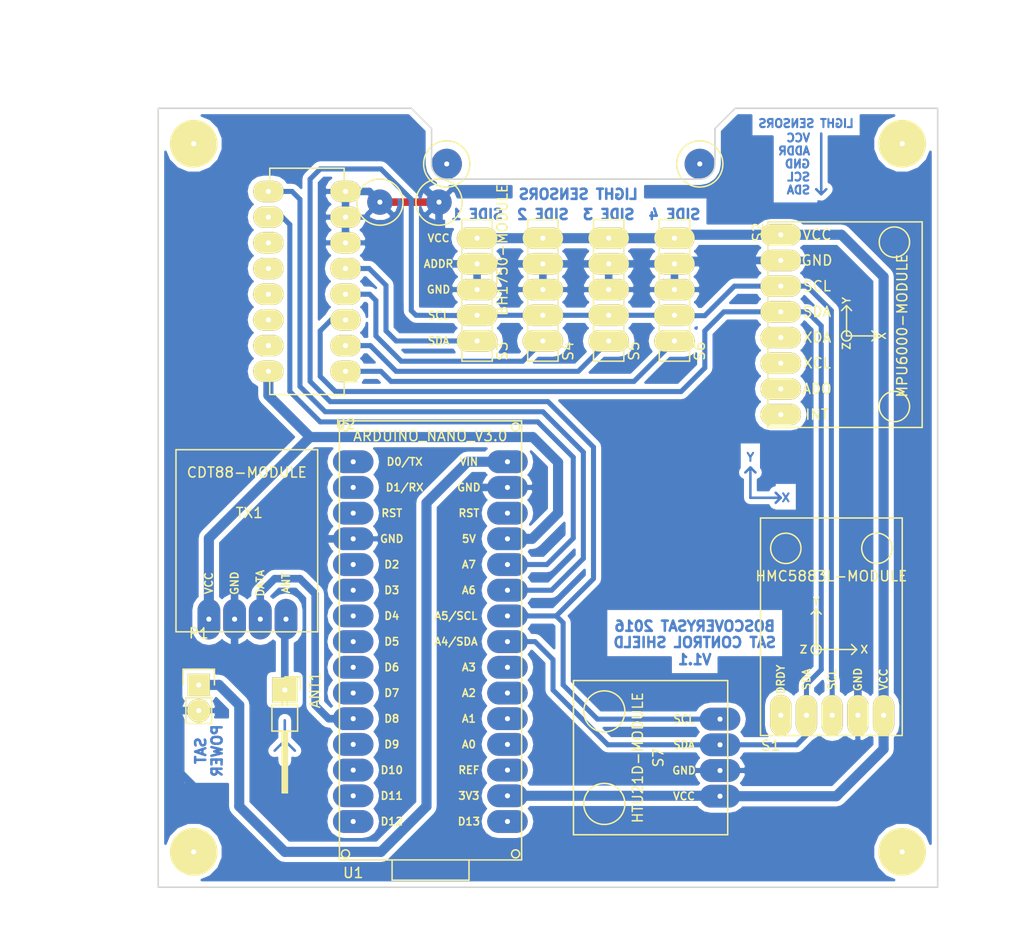
<source format=kicad_pcb>
(kicad_pcb (version 4) (host pcbnew 4.0.2+e4-6225~38~ubuntu14.04.1-stable)

  (general
    (links 48)
    (no_connects 0)
    (area 110.424999 44.924999 187.575001 122.075001)
    (thickness 1.6)
    (drawings 35)
    (tracks 189)
    (zones 0)
    (modules 20)
    (nets 45)
  )

  (page A4)
  (layers
    (0 F.Cu signal)
    (31 B.Cu signal)
    (32 B.Adhes user)
    (33 F.Adhes user)
    (34 B.Paste user)
    (35 F.Paste user)
    (36 B.SilkS user)
    (37 F.SilkS user)
    (38 B.Mask user)
    (39 F.Mask user)
    (40 Dwgs.User user)
    (41 Cmts.User user)
    (42 Eco1.User user)
    (43 Eco2.User user)
    (44 Edge.Cuts user)
    (45 Margin user)
    (46 B.CrtYd user)
    (47 F.CrtYd user)
    (48 B.Fab user)
    (49 F.Fab user)
  )

  (setup
    (last_trace_width 0.25)
    (trace_clearance 0.2)
    (zone_clearance 0.508)
    (zone_45_only no)
    (trace_min 0.2)
    (segment_width 0.2)
    (edge_width 0.15)
    (via_size 0.6)
    (via_drill 0.4)
    (via_min_size 0.4)
    (via_min_drill 0.3)
    (uvia_size 0.3)
    (uvia_drill 0.1)
    (uvias_allowed no)
    (uvia_min_size 0.2)
    (uvia_min_drill 0.1)
    (pcb_text_width 0.3)
    (pcb_text_size 1.5 1.5)
    (mod_edge_width 0.15)
    (mod_text_size 1 1)
    (mod_text_width 0.15)
    (pad_size 2.5 2.5)
    (pad_drill 0.5)
    (pad_to_mask_clearance 0.2)
    (aux_axis_origin 0 0)
    (visible_elements FFFFFF7F)
    (pcbplotparams
      (layerselection 0x00030_80000001)
      (usegerberextensions false)
      (excludeedgelayer true)
      (linewidth 0.100000)
      (plotframeref false)
      (viasonmask false)
      (mode 1)
      (useauxorigin false)
      (hpglpennumber 1)
      (hpglpenspeed 20)
      (hpglpendiameter 15)
      (hpglpenoverlay 2)
      (psnegative false)
      (psa4output false)
      (plotreference true)
      (plotvalue true)
      (plotinvisibletext false)
      (padsonsilk false)
      (subtractmaskfromsilk false)
      (outputformat 1)
      (mirror false)
      (drillshape 1)
      (scaleselection 1)
      (outputdirectory ""))
  )

  (net 0 "")
  (net 1 VCC)
  (net 2 GNDREF)
  (net 3 "Net-(S1-Pad1)")
  (net 4 /SDA)
  (net 5 /SCL)
  (net 6 +3V3)
  (net 7 "Net-(S2-Pad5)")
  (net 8 "Net-(S2-Pad6)")
  (net 9 "Net-(S2-Pad7)")
  (net 10 "Net-(S2-Pad8)")
  (net 11 +5V)
  (net 12 RADIO_DATA)
  (net 13 "Net-(U1-Pad1)")
  (net 14 "Net-(U1-Pad3)")
  (net 15 "Net-(U1-Pad4)")
  (net 16 "Net-(U1-Pad5)")
  (net 17 "Net-(U1-Pad13)")
  (net 18 "Net-(U1-Pad16)")
  (net 19 "Net-(U1-Pad17)")
  (net 20 "Net-(U1-Pad18)")
  (net 21 "Net-(U1-Pad20)")
  (net 22 "Net-(U1-Pad21)")
  (net 23 "Net-(U1-Pad22)")
  (net 24 "Net-(U1-Pad23)")
  (net 25 "Net-(U1-Pad24)")
  (net 26 "Net-(U1-Pad25)")
  (net 27 "Net-(U1-Pad27)")
  (net 28 "Net-(U1-Pad28)")
  (net 29 /LS_SELECT_0)
  (net 30 /LS_SELECT_1)
  (net 31 "Net-(ANT1-Pad1)")
  (net 32 "Net-(U1-Pad29)")
  (net 33 "Net-(U1-Pad30)")
  (net 34 "Net-(U1-Pad6)")
  (net 35 "Net-(U1-Pad7)")
  (net 36 "Net-(U2-Pad11)")
  (net 37 "Net-(U2-Pad12)")
  (net 38 "Net-(U2-Pad13)")
  (net 39 "Net-(U2-Pad14)")
  (net 40 "Net-(U2-Pad15)")
  (net 41 /SDA_LS_SIDE1)
  (net 42 /SDA_LS_SIDE2)
  (net 43 /SDA_LS_SIDE3)
  (net 44 /SDA_LS_SIDE4)

  (net_class Default "This is the default net class."
    (clearance 0.2)
    (trace_width 0.25)
    (via_dia 0.6)
    (via_drill 0.4)
    (uvia_dia 0.3)
    (uvia_drill 0.1)
    (add_net "Net-(U1-Pad6)")
    (add_net "Net-(U1-Pad7)")
    (add_net "Net-(U2-Pad11)")
    (add_net "Net-(U2-Pad12)")
    (add_net "Net-(U2-Pad13)")
    (add_net "Net-(U2-Pad14)")
    (add_net "Net-(U2-Pad15)")
  )

  (net_class 0.50 ""
    (clearance 0.2)
    (trace_width 0.5)
    (via_dia 0.6)
    (via_drill 0.4)
    (uvia_dia 0.3)
    (uvia_drill 0.1)
    (add_net /LS_SELECT_0)
    (add_net /LS_SELECT_1)
    (add_net /SCL)
    (add_net /SDA)
    (add_net /SDA_LS_SIDE1)
    (add_net /SDA_LS_SIDE2)
    (add_net /SDA_LS_SIDE3)
    (add_net /SDA_LS_SIDE4)
  )

  (net_class 0.75 ""
    (clearance 0.2)
    (trace_width 0.75)
    (via_dia 0.6)
    (via_drill 0.4)
    (uvia_dia 0.3)
    (uvia_drill 0.1)
    (add_net GNDREF)
    (add_net "Net-(ANT1-Pad1)")
    (add_net "Net-(S1-Pad1)")
    (add_net "Net-(S2-Pad5)")
    (add_net "Net-(S2-Pad6)")
    (add_net "Net-(S2-Pad7)")
    (add_net "Net-(S2-Pad8)")
    (add_net "Net-(U1-Pad1)")
    (add_net "Net-(U1-Pad13)")
    (add_net "Net-(U1-Pad16)")
    (add_net "Net-(U1-Pad17)")
    (add_net "Net-(U1-Pad18)")
    (add_net "Net-(U1-Pad20)")
    (add_net "Net-(U1-Pad21)")
    (add_net "Net-(U1-Pad22)")
    (add_net "Net-(U1-Pad23)")
    (add_net "Net-(U1-Pad24)")
    (add_net "Net-(U1-Pad25)")
    (add_net "Net-(U1-Pad27)")
    (add_net "Net-(U1-Pad28)")
    (add_net "Net-(U1-Pad29)")
    (add_net "Net-(U1-Pad3)")
    (add_net "Net-(U1-Pad30)")
    (add_net "Net-(U1-Pad4)")
    (add_net "Net-(U1-Pad5)")
    (add_net RADIO_DATA)
  )

  (net_class 0.80 ""
    (clearance 0.2)
    (trace_width 0.8)
    (via_dia 0.6)
    (via_drill 0.4)
    (uvia_dia 0.3)
    (uvia_drill 0.1)
  )

  (net_class Normal ""
    (clearance 0.2)
    (trace_width 1)
    (via_dia 0.6)
    (via_drill 0.4)
    (uvia_dia 0.3)
    (uvia_drill 0.1)
    (add_net +3V3)
    (add_net +5V)
    (add_net VCC)
  )

  (module boscoverysat:HMC5883L (layer F.Cu) (tedit 574374BE) (tstamp 5748C3BE)
    (at 172 105)
    (path /5747D500)
    (fp_text reference S1 (at -1 3) (layer F.SilkS)
      (effects (font (size 1 1) (thickness 0.15)))
    )
    (fp_text value HMC5883L-MODULE (at 5 -13.75) (layer F.SilkS)
      (effects (font (size 1 1) (thickness 0.15)))
    )
    (fp_text user Z (at 2.25 -6.5) (layer F.SilkS)
      (effects (font (size 0.75 0.75) (thickness 0.15)))
    )
    (fp_text user Y (at 3.5 -11.25) (layer F.SilkS)
      (effects (font (size 0.75 0.75) (thickness 0.15)))
    )
    (fp_text user X (at 8.25 -6.5) (layer F.SilkS)
      (effects (font (size 0.75 0.75) (thickness 0.15)))
    )
    (fp_circle (center 3.5 -6.5) (end 4 -6.5) (layer F.SilkS) (width 0.15))
    (fp_line (start 3.5 -10.5) (end 3 -10) (layer F.SilkS) (width 0.15))
    (fp_line (start 3.5 -10.5) (end 4 -10) (layer F.SilkS) (width 0.15))
    (fp_line (start 7.5 -6.5) (end 7 -7) (layer F.SilkS) (width 0.15))
    (fp_line (start 7.5 -6.5) (end 7 -6) (layer F.SilkS) (width 0.15))
    (fp_line (start 3.5 -6.5) (end 7.5 -6.5) (layer F.SilkS) (width 0.15))
    (fp_line (start 3.5 -6.5) (end 3.5 -10.5) (layer F.SilkS) (width 0.15))
    (fp_text user VCC (at 10.16 -3.54 90) (layer F.SilkS)
      (effects (font (size 0.75 0.75) (thickness 0.15)))
    )
    (fp_text user GND (at 7.62 -3.54 90) (layer F.SilkS)
      (effects (font (size 0.75 0.75) (thickness 0.15)))
    )
    (fp_text user SCL (at 5.08 -3.54 90) (layer F.SilkS)
      (effects (font (size 0.75 0.75) (thickness 0.15)))
    )
    (fp_text user SDA (at 2.54 -3.54 90) (layer F.SilkS)
      (effects (font (size 0.75 0.75) (thickness 0.15)))
    )
    (fp_text user DRDY (at 0 -3.54 90) (layer F.SilkS)
      (effects (font (size 0.75 0.75) (thickness 0.15)))
    )
    (fp_circle (center 9.5 -16.5) (end 9.5 -18) (layer F.SilkS) (width 0.15))
    (fp_circle (center 0.5 -16.5) (end 0.5 -18) (layer F.SilkS) (width 0.15))
    (fp_line (start -2 2) (end 12 2) (layer F.SilkS) (width 0.15))
    (fp_line (start 12 2) (end 12 -19.5) (layer F.SilkS) (width 0.15))
    (fp_line (start 12 -19.5) (end -2 -19.5) (layer F.SilkS) (width 0.15))
    (fp_line (start -2 -19.5) (end -2 2) (layer F.SilkS) (width 0.15))
    (pad 1 thru_hole oval (at 0 0) (size 2.1 4) (drill 0.5) (layers B.Cu F.SilkS B.Mask)
      (net 3 "Net-(S1-Pad1)"))
    (pad 2 thru_hole oval (at 2.54 0) (size 2.1 4) (drill 0.5) (layers B.Cu F.SilkS B.Mask)
      (net 4 /SDA))
    (pad 3 thru_hole oval (at 5.08 0) (size 2.1 4) (drill 0.5) (layers B.Cu F.SilkS B.Mask)
      (net 5 /SCL))
    (pad 4 thru_hole oval (at 7.62 0) (size 2.1 4) (drill 0.5) (layers B.Cu F.SilkS B.Mask)
      (net 2 GNDREF))
    (pad 5 thru_hole oval (at 10.16 0) (size 2.1 4) (drill 0.5) (layers B.Cu F.SilkS B.Mask)
      (net 6 +3V3))
  )

  (module Connect:1pin (layer F.Cu) (tedit 574B56E7) (tstamp 574B423D)
    (at 138.238 54.276)
    (descr "module 1 pin (ou trou mecanique de percage)")
    (tags DEV)
    (fp_text reference REF** (at 0 -3.048) (layer F.SilkS) hide
      (effects (font (size 1 1) (thickness 0.15)))
    )
    (fp_text value 1pin (at 0 2.794) (layer F.Fab)
      (effects (font (size 1 1) (thickness 0.15)))
    )
    (fp_circle (center 0 0) (end 0 -2.286) (layer F.SilkS) (width 0.15))
    (pad 1 thru_hole circle (at 0 0) (size 2.5 2.5) (drill 0.5) (layers B.Cu)
      (net 2 GNDREF))
  )

  (module Housings_DIP:DIP-16_W7.62mm_LongPads (layer F.Cu) (tedit 5748B0AD) (tstamp 5748C499)
    (at 129 71 180)
    (descr "16-lead dip package, row spacing 7.62 mm (300 mils), longer pads")
    (tags "dil dip 2.54 300")
    (path /5747D0D0)
    (fp_text reference U2 (at 0 -5.22 180) (layer F.SilkS)
      (effects (font (size 1 1) (thickness 0.15)))
    )
    (fp_text value 74HC4052E (at 0 -3.72 180) (layer F.Fab)
      (effects (font (size 1 1) (thickness 0.15)))
    )
    (fp_line (start -1.4 -2.45) (end -1.4 20.25) (layer F.CrtYd) (width 0.05))
    (fp_line (start 9 -2.45) (end 9 20.25) (layer F.CrtYd) (width 0.05))
    (fp_line (start -1.4 -2.45) (end 9 -2.45) (layer F.CrtYd) (width 0.05))
    (fp_line (start -1.4 20.25) (end 9 20.25) (layer F.CrtYd) (width 0.05))
    (fp_line (start 0.135 -2.295) (end 0.135 -1.025) (layer F.SilkS) (width 0.15))
    (fp_line (start 7.485 -2.295) (end 7.485 -1.025) (layer F.SilkS) (width 0.15))
    (fp_line (start 7.485 20.075) (end 7.485 18.805) (layer F.SilkS) (width 0.15))
    (fp_line (start 0.135 20.075) (end 0.135 18.805) (layer F.SilkS) (width 0.15))
    (fp_line (start 0.135 -2.295) (end 7.485 -2.295) (layer F.SilkS) (width 0.15))
    (fp_line (start 0.135 20.075) (end 7.485 20.075) (layer F.SilkS) (width 0.15))
    (fp_line (start 0.135 -1.025) (end -1.15 -1.025) (layer F.SilkS) (width 0.15))
    (pad 1 thru_hole oval (at 0 0 180) (size 3 2.1) (drill 0.5) (layers *.Mask B.Cu F.SilkS)
      (net 44 /SDA_LS_SIDE4))
    (pad 2 thru_hole oval (at 0 2.54 180) (size 3 2.1) (drill 0.5) (layers *.Mask B.Cu F.SilkS)
      (net 43 /SDA_LS_SIDE3))
    (pad 3 thru_hole oval (at 0 5.08 180) (size 3 2.1) (drill 0.5) (layers *.Mask B.Cu F.SilkS)
      (net 4 /SDA))
    (pad 4 thru_hole oval (at 0 7.62 180) (size 3 2.1) (drill 0.5) (layers *.Mask B.Cu F.SilkS)
      (net 42 /SDA_LS_SIDE2))
    (pad 5 thru_hole oval (at 0 10.16 180) (size 3 2.1) (drill 0.5) (layers *.Mask B.Cu F.SilkS)
      (net 41 /SDA_LS_SIDE1))
    (pad 6 thru_hole oval (at 0 12.7 180) (size 3 2.1) (drill 0.5) (layers *.Mask B.Cu F.SilkS)
      (net 2 GNDREF))
    (pad 7 thru_hole oval (at 0 15.24 180) (size 3 2.1) (drill 0.5) (layers *.Mask B.Cu F.SilkS)
      (net 2 GNDREF))
    (pad 8 thru_hole oval (at 0 17.78 180) (size 3 2.1) (drill 0.5) (layers *.Mask B.Cu F.SilkS)
      (net 2 GNDREF))
    (pad 9 thru_hole oval (at 7.62 17.78 180) (size 3 2.1) (drill 0.5) (layers *.Mask B.Cu F.SilkS)
      (net 30 /LS_SELECT_1))
    (pad 10 thru_hole oval (at 7.62 15.24 180) (size 3 2.1) (drill 0.5) (layers *.Mask B.Cu F.SilkS)
      (net 29 /LS_SELECT_0))
    (pad 11 thru_hole oval (at 7.62 12.7 180) (size 3 2.1) (drill 0.5) (layers *.Mask B.Cu F.SilkS)
      (net 36 "Net-(U2-Pad11)"))
    (pad 12 thru_hole oval (at 7.62 10.16 180) (size 3 2.1) (drill 0.5) (layers *.Mask B.Cu F.SilkS)
      (net 37 "Net-(U2-Pad12)"))
    (pad 13 thru_hole oval (at 7.62 7.62 180) (size 3 2.1) (drill 0.5) (layers *.Mask B.Cu F.SilkS)
      (net 38 "Net-(U2-Pad13)"))
    (pad 14 thru_hole oval (at 7.62 5.08 180) (size 3 2.1) (drill 0.5) (layers *.Mask B.Cu F.SilkS)
      (net 39 "Net-(U2-Pad14)"))
    (pad 15 thru_hole oval (at 7.62 2.54 180) (size 3 2.1) (drill 0.5) (layers *.Mask B.Cu F.SilkS)
      (net 40 "Net-(U2-Pad15)"))
    (pad 16 thru_hole oval (at 7.62 0 180) (size 3 2.1) (drill 0.5) (layers *.Mask B.Cu F.SilkS)
      (net 11 +5V))
    (model Housings_DIP.3dshapes/DIP-16_W7.62mm_LongPads.wrl
      (at (xyz 0 0 0))
      (scale (xyz 1 1 1))
      (rotate (xyz 0 0 0))
    )
  )

  (module boscoverysat:MPU-6000 (layer F.Cu) (tedit 57437D0C) (tstamp 5748C3E2)
    (at 172 57.5 270)
    (path /5747D545)
    (fp_text reference S2 (at -0.25 2.25 270) (layer F.SilkS)
      (effects (font (size 1 1) (thickness 0.15)))
    )
    (fp_text value MPU6000-MODULE (at 9 -12 270) (layer F.SilkS)
      (effects (font (size 1 1) (thickness 0.15)))
    )
    (fp_text user Z (at 11 -6.5 270) (layer F.SilkS)
      (effects (font (size 0.75 0.75) (thickness 0.15)))
    )
    (fp_text user X (at 10 -10 270) (layer F.SilkS)
      (effects (font (size 0.75 0.75) (thickness 0.15)))
    )
    (fp_circle (center 10 -6.5) (end 9.5 -6.5) (layer F.SilkS) (width 0.15))
    (fp_line (start 10 -9.5) (end 9.5 -9) (layer F.SilkS) (width 0.15))
    (fp_line (start 10 -6.5) (end 10 -9.5) (layer F.SilkS) (width 0.15))
    (fp_line (start 10 -9.5) (end 10.5 -9) (layer F.SilkS) (width 0.15))
    (fp_line (start 7 -6.5) (end 7.5 -7) (layer F.SilkS) (width 0.15))
    (fp_line (start 10 -6.5) (end 7 -6.5) (layer F.SilkS) (width 0.15))
    (fp_line (start 7 -6.5) (end 7.5 -6) (layer F.SilkS) (width 0.15))
    (fp_text user Y (at 6.5 -6.5 270) (layer F.SilkS)
      (effects (font (size 0.75 0.75) (thickness 0.15)))
    )
    (fp_text user INT (at 17.78 -3.58 360) (layer F.SilkS)
      (effects (font (size 1 1) (thickness 0.15)))
    )
    (fp_text user ADO (at 15.24 -3.58 360) (layer F.SilkS)
      (effects (font (size 1 1) (thickness 0.15)))
    )
    (fp_text user XCL (at 12.7 -3.58 360) (layer F.SilkS)
      (effects (font (size 1 1) (thickness 0.15)))
    )
    (fp_text user XDA (at 10.16 -3.58 360) (layer F.SilkS)
      (effects (font (size 1 1) (thickness 0.15)))
    )
    (fp_text user SDA (at 7.62 -3.58 360) (layer F.SilkS)
      (effects (font (size 1 1) (thickness 0.15)))
    )
    (fp_text user SCL (at 5.08 -3.58 360) (layer F.SilkS)
      (effects (font (size 1 1) (thickness 0.15)))
    )
    (fp_text user GND (at 2.54 -3.58 360) (layer F.SilkS)
      (effects (font (size 1 1) (thickness 0.15)))
    )
    (fp_text user VCC (at 0 -3.58 360) (layer F.SilkS)
      (effects (font (size 1 1) (thickness 0.15)))
    )
    (fp_line (start -1.27 1.27) (end 19.05 1.27) (layer F.SilkS) (width 0.15))
    (fp_line (start 19.05 1.27) (end 19.05 -13.97) (layer F.SilkS) (width 0.15))
    (fp_line (start 19.05 -13.97) (end -1.27 -13.97) (layer F.SilkS) (width 0.15))
    (fp_line (start -1.27 -13.97) (end -1.27 1.27) (layer F.SilkS) (width 0.15))
    (fp_circle (center 16.98 -11.23) (end 16.98 -12.73) (layer F.SilkS) (width 0.15))
    (fp_circle (center 0.73 -11.23) (end 0.73 -12.73) (layer F.SilkS) (width 0.15))
    (pad 1 thru_hole oval (at 0 0 270) (size 2.1 4) (drill 0.5) (layers B.Cu F.SilkS B.Mask)
      (net 6 +3V3))
    (pad 2 thru_hole oval (at 2.54 0 270) (size 2.1 4) (drill 0.5) (layers B.Cu F.SilkS B.Mask)
      (net 2 GNDREF))
    (pad 3 thru_hole oval (at 5.08 0 270) (size 2.1 4) (drill 0.5) (layers B.Cu F.SilkS B.Mask)
      (net 5 /SCL))
    (pad 4 thru_hole oval (at 7.62 0 270) (size 2.1 4) (drill 0.5) (layers B.Cu F.SilkS B.Mask)
      (net 4 /SDA))
    (pad 5 thru_hole oval (at 10.16 0 270) (size 2.1 4) (drill 0.5) (layers B.Cu F.SilkS B.Mask)
      (net 7 "Net-(S2-Pad5)"))
    (pad 6 thru_hole oval (at 12.7 0 270) (size 2.1 4) (drill 0.5) (layers B.Cu F.SilkS B.Mask)
      (net 8 "Net-(S2-Pad6)"))
    (pad 7 thru_hole oval (at 15.24 0 270) (size 2.1 4) (drill 0.5) (layers B.Cu F.SilkS B.Mask)
      (net 9 "Net-(S2-Pad7)"))
    (pad 8 thru_hole oval (at 17.78 0 270) (size 2.1 4) (drill 0.5) (layers B.Cu F.SilkS B.Mask)
      (net 10 "Net-(S2-Pad8)"))
  )

  (module Connect:1pin (layer F.Cu) (tedit 5748AF38) (tstamp 5748C7FC)
    (at 139 50.5)
    (descr "module 1 pin (ou trou mecanique de percage)")
    (tags DEV)
    (fp_text reference REF** (at 0 -3.048) (layer F.SilkS) hide
      (effects (font (size 1 1) (thickness 0.15)))
    )
    (fp_text value 1pin (at 0 2.794) (layer F.Fab) hide
      (effects (font (size 1 1) (thickness 0.15)))
    )
    (fp_circle (center 0 0) (end 0 -2.286) (layer F.SilkS) (width 0.15))
    (pad "" thru_hole circle (at 0 0) (size 3 3) (drill 0.5) (layers B.Cu))
  )

  (module Connect:1pin (layer F.Cu) (tedit 5748A5BD) (tstamp 5748C1A0)
    (at 114 118.5)
    (descr "module 1 pin (ou trou mecanique de percage)")
    (tags DEV)
    (fp_text reference REF** (at 0 -3.048) (layer F.SilkS) hide
      (effects (font (size 1 1) (thickness 0.15)))
    )
    (fp_text value 1pin (at 0 2.794) (layer F.Fab) hide
      (effects (font (size 1 1) (thickness 0.15)))
    )
    (fp_circle (center 0 0) (end 0 -2.286) (layer F.SilkS) (width 0.15))
    (pad 1 thru_hole circle (at 0 0) (size 4.5 4.5) (drill 0.5) (layers B.Cu F.SilkS))
  )

  (module Connect:1pin (layer F.Cu) (tedit 5748A688) (tstamp 5748C1C6)
    (at 114 48.5)
    (descr "module 1 pin (ou trou mecanique de percage)")
    (tags DEV)
    (fp_text reference REF** (at 0 -3.048) (layer F.SilkS) hide
      (effects (font (size 1 1) (thickness 0.15)))
    )
    (fp_text value 1pin (at 0 2.794) (layer F.Fab) hide
      (effects (font (size 1 1) (thickness 0.15)))
    )
    (fp_circle (center 0 0) (end 0 -2.286) (layer F.SilkS) (width 0.15))
    (pad 1 thru_hole circle (at 0 0) (size 4.5 4.5) (drill 0.5) (layers B.Cu F.SilkS))
  )

  (module Connect:1pin (layer F.Cu) (tedit 5748A671) (tstamp 5748C1C7)
    (at 184 48.5)
    (descr "module 1 pin (ou trou mecanique de percage)")
    (tags DEV)
    (fp_text reference REF** (at 0 -3.048) (layer F.SilkS) hide
      (effects (font (size 1 1) (thickness 0.15)))
    )
    (fp_text value 1pin (at 0 2.794) (layer F.Fab) hide
      (effects (font (size 1 1) (thickness 0.15)))
    )
    (fp_circle (center 0 0) (end 0 -2.286) (layer F.SilkS) (width 0.15))
    (pad 1 thru_hole circle (at 0 0) (size 4.5 4.5) (drill 0.5) (layers B.Cu F.SilkS))
  )

  (module Connect:1pin (layer F.Cu) (tedit 5748A64F) (tstamp 5748C1C8)
    (at 184 118.5)
    (descr "module 1 pin (ou trou mecanique de percage)")
    (tags DEV)
    (fp_text reference REF** (at 0 -3.048) (layer F.SilkS) hide
      (effects (font (size 1 1) (thickness 0.15)))
    )
    (fp_text value 1pin (at 0 2.794) (layer F.Fab) hide
      (effects (font (size 1 1) (thickness 0.15)))
    )
    (fp_circle (center 0 0) (end 0 -2.286) (layer F.SilkS) (width 0.15))
    (pad 1 thru_hole circle (at 0 0) (size 4.5 4.5) (drill 0.5) (layers B.Cu F.SilkS))
  )

  (module Pin_Headers:Pin_Header_Angled_1x01 (layer F.Cu) (tedit 5748AF9A) (tstamp 5748C39A)
    (at 123 102.5 270)
    (descr "Through hole pin header")
    (tags "pin header")
    (path /5747D709)
    (fp_text reference ANT1 (at 0 -3 270) (layer F.SilkS)
      (effects (font (size 1 1) (thickness 0.15)))
    )
    (fp_text value ANTENNA-1 (at 0 -3.1 270) (layer F.Fab) hide
      (effects (font (size 1 1) (thickness 0.15)))
    )
    (fp_line (start -1.6 -1.75) (end -1.6 1.75) (layer F.CrtYd) (width 0.05))
    (fp_line (start 10.65 -1.75) (end 10.65 1.75) (layer F.CrtYd) (width 0.05))
    (fp_line (start -1.6 -1.75) (end 10.65 -1.75) (layer F.CrtYd) (width 0.05))
    (fp_line (start -1.6 1.75) (end 10.65 1.75) (layer F.CrtYd) (width 0.05))
    (fp_line (start -1.3 -1.55) (end -1.3 0) (layer F.SilkS) (width 0.15))
    (fp_line (start 0 -1.55) (end -1.3 -1.55) (layer F.SilkS) (width 0.15))
    (fp_line (start 4.191 -0.127) (end 10.033 -0.127) (layer F.SilkS) (width 0.15))
    (fp_line (start 10.033 -0.127) (end 10.033 0.127) (layer F.SilkS) (width 0.15))
    (fp_line (start 10.033 0.127) (end 4.191 0.127) (layer F.SilkS) (width 0.15))
    (fp_line (start 4.191 0.127) (end 4.191 0) (layer F.SilkS) (width 0.15))
    (fp_line (start 4.191 0) (end 10.033 0) (layer F.SilkS) (width 0.15))
    (fp_line (start 1.524 0.254) (end 1.27 0.254) (layer F.SilkS) (width 0.15))
    (fp_line (start 1.524 -0.254) (end 1.27 -0.254) (layer F.SilkS) (width 0.15))
    (fp_line (start 1.524 -1.27) (end 4.064 -1.27) (layer F.SilkS) (width 0.15))
    (fp_line (start 1.524 -1.27) (end 1.524 1.27) (layer F.SilkS) (width 0.15))
    (fp_line (start 1.524 1.27) (end 4.064 1.27) (layer F.SilkS) (width 0.15))
    (fp_line (start 4.064 -0.254) (end 10.16 -0.254) (layer F.SilkS) (width 0.15))
    (fp_line (start 10.16 -0.254) (end 10.16 0.254) (layer F.SilkS) (width 0.15))
    (fp_line (start 10.16 0.254) (end 4.064 0.254) (layer F.SilkS) (width 0.15))
    (fp_line (start 4.064 1.27) (end 4.064 -1.27) (layer F.SilkS) (width 0.15))
    (pad 1 thru_hole rect (at 0 0 270) (size 2.5 2.5) (drill 0.5) (layers B.Cu F.SilkS)
      (net 31 "Net-(ANT1-Pad1)"))
    (model Pin_Headers.3dshapes/Pin_Header_Angled_1x01.wrl
      (at (xyz 0 0 0))
      (scale (xyz 1 1 1))
      (rotate (xyz 0 0 90))
    )
  )

  (module Pin_Headers:Pin_Header_Straight_1x02 (layer F.Cu) (tedit 5748B5C5) (tstamp 5748C3A0)
    (at 114.5 102)
    (descr "Through hole pin header")
    (tags "pin header")
    (path /5747D814)
    (fp_text reference P1 (at 0 -5.1) (layer F.SilkS)
      (effects (font (size 1 1) (thickness 0.15)))
    )
    (fp_text value POWER (at 0 -3.1) (layer F.Fab)
      (effects (font (size 1 1) (thickness 0.15)))
    )
    (fp_line (start 1.27 1.27) (end 1.27 3.81) (layer F.SilkS) (width 0.15))
    (fp_line (start 1.55 -1.55) (end 1.55 0) (layer F.SilkS) (width 0.15))
    (fp_line (start -1.75 -1.75) (end -1.75 4.3) (layer F.CrtYd) (width 0.05))
    (fp_line (start 1.75 -1.75) (end 1.75 4.3) (layer F.CrtYd) (width 0.05))
    (fp_line (start -1.75 -1.75) (end 1.75 -1.75) (layer F.CrtYd) (width 0.05))
    (fp_line (start -1.75 4.3) (end 1.75 4.3) (layer F.CrtYd) (width 0.05))
    (fp_line (start 1.27 1.27) (end -1.27 1.27) (layer F.SilkS) (width 0.15))
    (fp_line (start -1.55 0) (end -1.55 -1.55) (layer F.SilkS) (width 0.15))
    (fp_line (start -1.55 -1.55) (end 1.55 -1.55) (layer F.SilkS) (width 0.15))
    (fp_line (start -1.27 1.27) (end -1.27 3.81) (layer F.SilkS) (width 0.15))
    (fp_line (start -1.27 3.81) (end 1.27 3.81) (layer F.SilkS) (width 0.15))
    (pad 1 thru_hole rect (at 0 0) (size 2.2 2.2) (drill 0.5) (layers B.Cu F.SilkS B.Mask)
      (net 1 VCC))
    (pad 2 thru_hole oval (at 0 2.54) (size 2.3 2.3) (drill 0.5) (layers B.Cu F.SilkS B.Mask)
      (net 2 GNDREF))
    (model Pin_Headers.3dshapes/Pin_Header_Straight_1x02.wrl
      (at (xyz 0 -0.05 0))
      (scale (xyz 1 1 1))
      (rotate (xyz 0 0 90))
    )
  )

  (module boscoverysat:CDT-88 (layer F.Cu) (tedit 57489B2A) (tstamp 5748C43A)
    (at 115.5 95.5)
    (path /5747D61F)
    (fp_text reference TX1 (at 4 -10.5) (layer F.SilkS)
      (effects (font (size 1 1) (thickness 0.15)))
    )
    (fp_text value CDT88-MODULE (at 3.75 -14.5) (layer F.SilkS)
      (effects (font (size 1 1) (thickness 0.15)))
    )
    (fp_text user ANT (at 7.62 -3.556 90) (layer F.SilkS)
      (effects (font (size 0.75 0.75) (thickness 0.15)))
    )
    (fp_text user DATA (at 5.08 -3.556 90) (layer F.SilkS)
      (effects (font (size 0.75 0.75) (thickness 0.15)))
    )
    (fp_text user GND (at 2.54 -3.556 90) (layer F.SilkS)
      (effects (font (size 0.75 0.75) (thickness 0.15)))
    )
    (fp_text user VCC (at 0 -3.556 90) (layer F.SilkS)
      (effects (font (size 0.75 0.75) (thickness 0.15)))
    )
    (fp_line (start -3.25 1.25) (end 10.75 1.25) (layer F.SilkS) (width 0.15))
    (fp_line (start 10.75 1.25) (end 10.75 -16.75) (layer F.SilkS) (width 0.15))
    (fp_line (start 10.75 -16.75) (end -3.25 -16.75) (layer F.SilkS) (width 0.15))
    (fp_line (start -3.25 -16.75) (end -3.25 1.25) (layer F.SilkS) (width 0.15))
    (pad 1 thru_hole oval (at 0 0) (size 2.25 4) (drill 0.5) (layers B.Cu B.Mask)
      (net 11 +5V))
    (pad 2 thru_hole oval (at 2.54 0) (size 2.25 4) (drill 0.5) (layers B.Cu B.Mask)
      (net 2 GNDREF))
    (pad 3 thru_hole oval (at 5.08 0) (size 2.25 4) (drill 0.5) (layers B.Cu B.Mask)
      (net 12 RADIO_DATA))
    (pad 4 thru_hole oval (at 7.62 0) (size 2.25 4) (drill 0.5) (layers B.Cu B.Mask)
      (net 31 "Net-(ANT1-Pad1)"))
  )

  (module boscoverysat:ARDUINO_NANO_V3.0 (layer F.Cu) (tedit 57489F43) (tstamp 5748C485)
    (at 145 115.5 180)
    (path /5747CAAB)
    (fp_text reference U1 (at 15.24 -5.08 180) (layer F.SilkS)
      (effects (font (size 1 1) (thickness 0.15)))
    )
    (fp_text value ARDUINO_NANO_V3.0 (at 7.62 38.1 180) (layer F.SilkS)
      (effects (font (size 1 1) (thickness 0.15)))
    )
    (fp_line (start 11.4 -5.8) (end 11.4 -3.8) (layer F.SilkS) (width 0.15))
    (fp_line (start 3.8 -5.8) (end 3.8 -3.8) (layer F.SilkS) (width 0.15))
    (fp_text user D12 (at 11.43 0 180) (layer F.SilkS)
      (effects (font (size 0.75 0.75) (thickness 0.15)))
    )
    (fp_text user D11 (at 11.43 2.54 180) (layer F.SilkS)
      (effects (font (size 0.75 0.75) (thickness 0.15)))
    )
    (fp_text user D10 (at 11.43 5.08 180) (layer F.SilkS)
      (effects (font (size 0.75 0.75) (thickness 0.15)))
    )
    (fp_text user D9 (at 11.43 7.62 180) (layer F.SilkS)
      (effects (font (size 0.75 0.75) (thickness 0.15)))
    )
    (fp_text user D8 (at 11.43 10.16 180) (layer F.SilkS)
      (effects (font (size 0.75 0.75) (thickness 0.15)))
    )
    (fp_text user D7 (at 11.43 12.7 180) (layer F.SilkS)
      (effects (font (size 0.75 0.75) (thickness 0.15)))
    )
    (fp_text user D6 (at 11.43 15.24 180) (layer F.SilkS)
      (effects (font (size 0.75 0.75) (thickness 0.15)))
    )
    (fp_text user D5 (at 11.43 17.78 180) (layer F.SilkS)
      (effects (font (size 0.75 0.75) (thickness 0.15)))
    )
    (fp_text user D4 (at 11.43 20.32 180) (layer F.SilkS)
      (effects (font (size 0.75 0.75) (thickness 0.15)))
    )
    (fp_text user D3 (at 11.43 22.86 180) (layer F.SilkS)
      (effects (font (size 0.75 0.75) (thickness 0.15)))
    )
    (fp_text user D2 (at 11.43 25.4 180) (layer F.SilkS)
      (effects (font (size 0.75 0.75) (thickness 0.15)))
    )
    (fp_text user GND (at 11.43 27.94 180) (layer F.SilkS)
      (effects (font (size 0.75 0.75) (thickness 0.15)))
    )
    (fp_text user RST (at 11.43 30.48 180) (layer F.SilkS)
      (effects (font (size 0.75 0.75) (thickness 0.15)))
    )
    (fp_text user D1/RX (at 10.16 33.02 180) (layer F.SilkS)
      (effects (font (size 0.75 0.75) (thickness 0.15)))
    )
    (fp_text user D0/TX (at 10.16 35.56 180) (layer F.SilkS)
      (effects (font (size 0.75 0.75) (thickness 0.15)))
    )
    (fp_text user VIN (at 3.81 35.56 180) (layer F.SilkS)
      (effects (font (size 0.75 0.75) (thickness 0.15)))
    )
    (fp_text user GND (at 3.81 33.02 180) (layer F.SilkS)
      (effects (font (size 0.75 0.75) (thickness 0.15)))
    )
    (fp_text user RST (at 3.81 30.48 180) (layer F.SilkS)
      (effects (font (size 0.75 0.75) (thickness 0.15)))
    )
    (fp_text user 5V (at 3.81 27.94 180) (layer F.SilkS)
      (effects (font (size 0.75 0.75) (thickness 0.15)))
    )
    (fp_text user A7 (at 3.81 25.4 180) (layer F.SilkS)
      (effects (font (size 0.75 0.75) (thickness 0.15)))
    )
    (fp_text user A6 (at 3.81 22.86 180) (layer F.SilkS)
      (effects (font (size 0.75 0.75) (thickness 0.15)))
    )
    (fp_text user A5/SCL (at 5.08 20.32 180) (layer F.SilkS)
      (effects (font (size 0.75 0.75) (thickness 0.15)))
    )
    (fp_text user A4/SDA (at 5.08 17.78 180) (layer F.SilkS)
      (effects (font (size 0.75 0.75) (thickness 0.15)))
    )
    (fp_text user A3 (at 3.81 15.24 180) (layer F.SilkS)
      (effects (font (size 0.75 0.75) (thickness 0.15)))
    )
    (fp_text user A2 (at 3.81 12.7 180) (layer F.SilkS)
      (effects (font (size 0.75 0.75) (thickness 0.15)))
    )
    (fp_text user A1 (at 3.81 10.16 180) (layer F.SilkS)
      (effects (font (size 0.75 0.75) (thickness 0.15)))
    )
    (fp_text user A0 (at 3.81 7.62 180) (layer F.SilkS)
      (effects (font (size 0.75 0.75) (thickness 0.15)))
    )
    (fp_text user REF (at 3.81 5.08 180) (layer F.SilkS)
      (effects (font (size 0.75 0.75) (thickness 0.15)))
    )
    (fp_text user 3V3 (at 3.81 2.54 180) (layer F.SilkS)
      (effects (font (size 0.75 0.75) (thickness 0.15)))
    )
    (fp_text user D13 (at 3.81 0 180) (layer F.SilkS)
      (effects (font (size 0.75 0.75) (thickness 0.15)))
    )
    (fp_circle (center 16 39) (end 16 39.4) (layer F.SilkS) (width 0.15))
    (fp_circle (center -0.8 39) (end -0.8 39.4) (layer F.SilkS) (width 0.15))
    (fp_circle (center -0.8 -3.2) (end -0.8 -3.6) (layer F.SilkS) (width 0.15))
    (fp_circle (center 16 -3.2) (end 16 -3.6) (layer F.SilkS) (width 0.15))
    (fp_line (start 11.4 -5.8) (end 3.8 -5.8) (layer F.SilkS) (width 0.15))
    (fp_line (start -1.4 -3.8) (end 16.6 -3.8) (layer F.SilkS) (width 0.15))
    (fp_line (start 16.6 -3.8) (end 16.6 39.6) (layer F.SilkS) (width 0.15))
    (fp_line (start 16.6 39.6) (end -1.4 39.6) (layer F.SilkS) (width 0.15))
    (fp_line (start -1.4 39.6) (end -1.4 -3.8) (layer F.SilkS) (width 0.15))
    (pad 1 thru_hole oval (at 0 0 180) (size 4 2.25) (drill 0.5) (layers B.Cu B.Mask)
      (net 13 "Net-(U1-Pad1)"))
    (pad 2 thru_hole oval (at 0 2.54 180) (size 4 2.25) (drill 0.5) (layers B.Cu B.Mask)
      (net 6 +3V3))
    (pad 3 thru_hole oval (at 0 5.08 180) (size 4 2.25) (drill 0.5) (layers B.Cu B.Mask)
      (net 14 "Net-(U1-Pad3)"))
    (pad 4 thru_hole oval (at 0 7.62 180) (size 4 2.25) (drill 0.5) (layers B.Cu B.Mask)
      (net 15 "Net-(U1-Pad4)"))
    (pad 5 thru_hole oval (at 0 10.16 180) (size 4 2.25) (drill 0.5) (layers B.Cu B.Mask)
      (net 16 "Net-(U1-Pad5)"))
    (pad 6 thru_hole oval (at 0 12.7 180) (size 4 2.25) (drill 0.5) (layers B.Cu B.Mask)
      (net 34 "Net-(U1-Pad6)"))
    (pad 7 thru_hole oval (at 0 15.24 180) (size 4 2.25) (drill 0.5) (layers B.Cu B.Mask)
      (net 35 "Net-(U1-Pad7)"))
    (pad 8 thru_hole oval (at 0 17.78 180) (size 4 2.25) (drill 0.5) (layers B.Cu B.Mask)
      (net 4 /SDA))
    (pad 9 thru_hole oval (at 0 20.32 180) (size 4 2.25) (drill 0.5) (layers B.Cu B.Mask)
      (net 5 /SCL))
    (pad 10 thru_hole oval (at 0 22.86 180) (size 4 2.25) (drill 0.5) (layers B.Cu B.Mask)
      (net 30 /LS_SELECT_1))
    (pad 11 thru_hole oval (at 0 25.4 180) (size 4 2.25) (drill 0.5) (layers B.Cu B.Mask)
      (net 29 /LS_SELECT_0))
    (pad 12 thru_hole oval (at 0 27.94 180) (size 4 2.25) (drill 0.5) (layers B.Cu B.Mask)
      (net 11 +5V))
    (pad 13 thru_hole oval (at 0 30.48 180) (size 4 2.25) (drill 0.5) (layers B.Cu B.Mask)
      (net 17 "Net-(U1-Pad13)"))
    (pad 14 thru_hole oval (at 0 33.02 180) (size 4 2.25) (drill 0.5) (layers B.Cu B.Mask)
      (net 2 GNDREF))
    (pad 15 thru_hole oval (at 0 35.56 180) (size 4 2.25) (drill 0.5) (layers B.Cu B.Mask)
      (net 1 VCC))
    (pad 16 thru_hole oval (at 15.24 35.56 180) (size 4 2.25) (drill 0.5) (layers B.Cu B.Mask)
      (net 18 "Net-(U1-Pad16)"))
    (pad 17 thru_hole oval (at 15.24 33.02 180) (size 4 2.25) (drill 0.5) (layers B.Cu B.Mask)
      (net 19 "Net-(U1-Pad17)"))
    (pad 18 thru_hole oval (at 15.24 30.48 180) (size 4 2.25) (drill 0.5) (layers B.Cu B.Mask)
      (net 20 "Net-(U1-Pad18)"))
    (pad 19 thru_hole oval (at 15.24 27.94 180) (size 4 2.25) (drill 0.5) (layers B.Cu B.Mask)
      (net 2 GNDREF))
    (pad 20 thru_hole oval (at 15.24 25.4 180) (size 4 2.25) (drill 0.5) (layers B.Cu B.Mask)
      (net 21 "Net-(U1-Pad20)"))
    (pad 21 thru_hole oval (at 15.24 22.86 180) (size 4 2.25) (drill 0.5) (layers B.Cu B.Mask)
      (net 22 "Net-(U1-Pad21)"))
    (pad 22 thru_hole oval (at 15.24 20.32 180) (size 4 2.25) (drill 0.5) (layers B.Cu B.Mask)
      (net 23 "Net-(U1-Pad22)"))
    (pad 23 thru_hole oval (at 15.24 17.78 180) (size 4 2.25) (drill 0.5) (layers B.Cu B.Mask)
      (net 24 "Net-(U1-Pad23)"))
    (pad 24 thru_hole oval (at 15.24 15.24 180) (size 4 2.25) (drill 0.5) (layers B.Cu B.Mask)
      (net 25 "Net-(U1-Pad24)"))
    (pad 25 thru_hole oval (at 15.24 12.7 180) (size 4 2.25) (drill 0.5) (layers B.Cu B.Mask)
      (net 26 "Net-(U1-Pad25)"))
    (pad 26 thru_hole oval (at 15.24 10.16 180) (size 4 2.25) (drill 0.5) (layers B.Cu B.Mask)
      (net 12 RADIO_DATA))
    (pad 27 thru_hole oval (at 15.24 7.62 180) (size 4 2.25) (drill 0.5) (layers B.Cu B.Mask)
      (net 27 "Net-(U1-Pad27)"))
    (pad 28 thru_hole oval (at 15.24 5.08 180) (size 4 2.25) (drill 0.5) (layers B.Cu B.Mask)
      (net 28 "Net-(U1-Pad28)"))
    (pad 29 thru_hole oval (at 15.24 2.54 180) (size 4 2.25) (drill 0.5) (layers B.Cu B.Mask)
      (net 32 "Net-(U1-Pad29)"))
    (pad 30 thru_hole oval (at 15.24 0 180) (size 4 2.25) (drill 0.5) (layers B.Cu B.Mask)
      (net 33 "Net-(U1-Pad30)"))
  )

  (module Connect:1pin (layer F.Cu) (tedit 5748AF4B) (tstamp 5748C822)
    (at 164 50.5)
    (descr "module 1 pin (ou trou mecanique de percage)")
    (tags DEV)
    (fp_text reference REF** (at 0 -3.048) (layer F.SilkS) hide
      (effects (font (size 1 1) (thickness 0.15)))
    )
    (fp_text value 1pin (at 0 2.794) (layer F.Fab) hide
      (effects (font (size 1 1) (thickness 0.15)))
    )
    (fp_circle (center 0 0) (end 0 -2.286) (layer F.SilkS) (width 0.15))
    (pad "" thru_hole circle (at 0 0) (size 3 3) (drill 0.5) (layers B.Cu))
  )

  (module boscoverysat:BH1750-MODULE (layer F.Cu) (tedit 574B1F51) (tstamp 574B2337)
    (at 142 68 90)
    (path /574ADBF4)
    (fp_text reference S3 (at -1 2.5 90) (layer F.SilkS)
      (effects (font (size 1 1) (thickness 0.15)))
    )
    (fp_text value BH1750-MODULE (at 9 2.5 90) (layer F.SilkS)
      (effects (font (size 1 1) (thickness 0.15)))
    )
    (fp_text user VCC (at 10.16 -3.81 180) (layer F.SilkS)
      (effects (font (size 0.75 0.75) (thickness 0.15)))
    )
    (fp_text user GND (at 5.08 -3.81 180) (layer F.SilkS)
      (effects (font (size 0.75 0.75) (thickness 0.15)))
    )
    (fp_text user SCL (at 2.54 -3.81 180) (layer F.SilkS)
      (effects (font (size 0.75 0.75) (thickness 0.15)))
    )
    (fp_text user SDA (at 0 -3.81 180) (layer F.SilkS)
      (effects (font (size 0.75 0.75) (thickness 0.15)))
    )
    (fp_text user ADDR (at 7.62 -3.81 180) (layer F.SilkS)
      (effects (font (size 0.75 0.75) (thickness 0.15)))
    )
    (fp_line (start -2 -1.5) (end -2 1.5) (layer F.SilkS) (width 0.15))
    (fp_line (start -2 1.5) (end 12 1.5) (layer F.SilkS) (width 0.15))
    (fp_line (start 12 1.5) (end 12 -1.5) (layer F.SilkS) (width 0.15))
    (fp_line (start 12 -1.5) (end -2 -1.5) (layer F.SilkS) (width 0.15))
    (pad 1 thru_hole oval (at 0 0 90) (size 2.1 4) (drill 0.5) (layers B.Cu F.SilkS B.Mask)
      (net 41 /SDA_LS_SIDE1))
    (pad 2 thru_hole oval (at 2.54 0 90) (size 2.1 4) (drill 0.5) (layers B.Cu F.SilkS B.Mask)
      (net 5 /SCL))
    (pad 3 thru_hole oval (at 5.08 0 90) (size 2.1 4) (drill 0.5) (layers B.Cu F.SilkS B.Mask)
      (net 2 GNDREF))
    (pad 4 thru_hole oval (at 7.62 0 90) (size 2.1 4) (drill 0.5) (layers B.Cu F.SilkS B.Mask)
      (net 2 GNDREF))
    (pad 5 thru_hole oval (at 10.16 0 90) (size 2.1 4) (drill 0.5) (layers B.Cu F.SilkS B.Mask)
      (net 6 +3V3))
  )

  (module boscoverysat:BH1750-MODULE (layer F.Cu) (tedit 574B1F69) (tstamp 574B2349)
    (at 148.5 68 90)
    (path /574ADE0A)
    (fp_text reference S4 (at -1 2.5 90) (layer F.SilkS)
      (effects (font (size 1 1) (thickness 0.15)))
    )
    (fp_text value BH1750-MODULE (at 9 2.5 90) (layer F.SilkS) hide
      (effects (font (size 1 1) (thickness 0.15)))
    )
    (fp_text user VCC (at 10.16 -3.81 180) (layer F.SilkS) hide
      (effects (font (size 0.75 0.75) (thickness 0.15)))
    )
    (fp_text user GND (at 5.08 -3.81 180) (layer F.SilkS) hide
      (effects (font (size 0.75 0.75) (thickness 0.15)))
    )
    (fp_text user SCL (at 2.54 -3.81 180) (layer F.SilkS) hide
      (effects (font (size 0.75 0.75) (thickness 0.15)))
    )
    (fp_text user SDA (at 0 -3.81 180) (layer F.SilkS) hide
      (effects (font (size 0.75 0.75) (thickness 0.15)))
    )
    (fp_text user ADDR (at 7.62 -3.81 180) (layer F.SilkS) hide
      (effects (font (size 0.75 0.75) (thickness 0.15)))
    )
    (fp_line (start -2 -1.5) (end -2 1.5) (layer F.SilkS) (width 0.15))
    (fp_line (start -2 1.5) (end 12 1.5) (layer F.SilkS) (width 0.15))
    (fp_line (start 12 1.5) (end 12 -1.5) (layer F.SilkS) (width 0.15))
    (fp_line (start 12 -1.5) (end -2 -1.5) (layer F.SilkS) (width 0.15))
    (pad 1 thru_hole oval (at 0 0 90) (size 2.1 4) (drill 0.5) (layers B.Cu F.SilkS B.Mask)
      (net 42 /SDA_LS_SIDE2))
    (pad 2 thru_hole oval (at 2.54 0 90) (size 2.1 4) (drill 0.5) (layers B.Cu F.SilkS B.Mask)
      (net 5 /SCL))
    (pad 3 thru_hole oval (at 5.08 0 90) (size 2.1 4) (drill 0.5) (layers B.Cu F.SilkS B.Mask)
      (net 2 GNDREF))
    (pad 4 thru_hole oval (at 7.62 0 90) (size 2.1 4) (drill 0.5) (layers B.Cu F.SilkS B.Mask)
      (net 2 GNDREF))
    (pad 5 thru_hole oval (at 10.16 0 90) (size 2.1 4) (drill 0.5) (layers B.Cu F.SilkS B.Mask)
      (net 6 +3V3))
  )

  (module boscoverysat:BH1750-MODULE (layer F.Cu) (tedit 574B1F81) (tstamp 574B235B)
    (at 155 68 90)
    (path /574ADE63)
    (fp_text reference S5 (at -1 2.5 90) (layer F.SilkS)
      (effects (font (size 1 1) (thickness 0.15)))
    )
    (fp_text value BH1750-MODULE (at 9 2.5 90) (layer F.SilkS) hide
      (effects (font (size 1 1) (thickness 0.15)))
    )
    (fp_text user VCC (at 10.16 -3.81 180) (layer F.SilkS) hide
      (effects (font (size 0.75 0.75) (thickness 0.15)))
    )
    (fp_text user GND (at 5.08 -3.81 180) (layer F.SilkS) hide
      (effects (font (size 0.75 0.75) (thickness 0.15)))
    )
    (fp_text user SCL (at 2.54 -3.81 180) (layer F.SilkS) hide
      (effects (font (size 0.75 0.75) (thickness 0.15)))
    )
    (fp_text user SDA (at 0 -3.81 180) (layer F.SilkS) hide
      (effects (font (size 0.75 0.75) (thickness 0.15)))
    )
    (fp_text user ADDR (at 7.62 -3.81 180) (layer F.SilkS) hide
      (effects (font (size 0.75 0.75) (thickness 0.15)))
    )
    (fp_line (start -2 -1.5) (end -2 1.5) (layer F.SilkS) (width 0.15))
    (fp_line (start -2 1.5) (end 12 1.5) (layer F.SilkS) (width 0.15))
    (fp_line (start 12 1.5) (end 12 -1.5) (layer F.SilkS) (width 0.15))
    (fp_line (start 12 -1.5) (end -2 -1.5) (layer F.SilkS) (width 0.15))
    (pad 1 thru_hole oval (at 0 0 90) (size 2.1 4) (drill 0.5) (layers B.Cu F.SilkS B.Mask)
      (net 43 /SDA_LS_SIDE3))
    (pad 2 thru_hole oval (at 2.54 0 90) (size 2.1 4) (drill 0.5) (layers B.Cu F.SilkS B.Mask)
      (net 5 /SCL))
    (pad 3 thru_hole oval (at 5.08 0 90) (size 2.1 4) (drill 0.5) (layers B.Cu F.SilkS B.Mask)
      (net 2 GNDREF))
    (pad 4 thru_hole oval (at 7.62 0 90) (size 2.1 4) (drill 0.5) (layers B.Cu F.SilkS B.Mask)
      (net 2 GNDREF))
    (pad 5 thru_hole oval (at 10.16 0 90) (size 2.1 4) (drill 0.5) (layers B.Cu F.SilkS B.Mask)
      (net 6 +3V3))
  )

  (module boscoverysat:BH1750-MODULE (layer F.Cu) (tedit 574B1F94) (tstamp 574B236D)
    (at 161.5 68 90)
    (path /574ADEEF)
    (fp_text reference S6 (at -1 2.5 90) (layer F.SilkS)
      (effects (font (size 1 1) (thickness 0.15)))
    )
    (fp_text value BH1750-MODULE (at 9 2.5 90) (layer F.SilkS) hide
      (effects (font (size 1 1) (thickness 0.15)))
    )
    (fp_text user VCC (at 10.16 -3.81 180) (layer F.SilkS) hide
      (effects (font (size 0.75 0.75) (thickness 0.15)))
    )
    (fp_text user GND (at 5.08 -3.81 180) (layer F.SilkS) hide
      (effects (font (size 0.75 0.75) (thickness 0.15)))
    )
    (fp_text user SCL (at 2.54 -3.81 180) (layer F.SilkS) hide
      (effects (font (size 0.75 0.75) (thickness 0.15)))
    )
    (fp_text user SDA (at 0 -3.81 180) (layer F.SilkS) hide
      (effects (font (size 0.75 0.75) (thickness 0.15)))
    )
    (fp_text user ADDR (at 7.62 -3.81 180) (layer F.SilkS) hide
      (effects (font (size 0.75 0.75) (thickness 0.15)))
    )
    (fp_line (start -2 -1.5) (end -2 1.5) (layer F.SilkS) (width 0.15))
    (fp_line (start -2 1.5) (end 12 1.5) (layer F.SilkS) (width 0.15))
    (fp_line (start 12 1.5) (end 12 -1.5) (layer F.SilkS) (width 0.15))
    (fp_line (start 12 -1.5) (end -2 -1.5) (layer F.SilkS) (width 0.15))
    (pad 1 thru_hole oval (at 0 0 90) (size 2.1 4) (drill 0.5) (layers B.Cu F.SilkS B.Mask)
      (net 44 /SDA_LS_SIDE4))
    (pad 2 thru_hole oval (at 2.54 0 90) (size 2.1 4) (drill 0.5) (layers B.Cu F.SilkS B.Mask)
      (net 5 /SCL))
    (pad 3 thru_hole oval (at 5.08 0 90) (size 2.1 4) (drill 0.5) (layers B.Cu F.SilkS B.Mask)
      (net 2 GNDREF))
    (pad 4 thru_hole oval (at 7.62 0 90) (size 2.1 4) (drill 0.5) (layers B.Cu F.SilkS B.Mask)
      (net 2 GNDREF))
    (pad 5 thru_hole oval (at 10.16 0 90) (size 2.1 4) (drill 0.5) (layers B.Cu F.SilkS B.Mask)
      (net 6 +3V3))
  )

  (module Connect:1pin (layer F.Cu) (tedit 574B56D4) (tstamp 574B4211)
    (at 132.396 54.276)
    (descr "module 1 pin (ou trou mecanique de percage)")
    (tags DEV)
    (fp_text reference REF** (at 0 -3.048) (layer F.SilkS) hide
      (effects (font (size 1 1) (thickness 0.15)))
    )
    (fp_text value 1pin (at 0 2.794) (layer F.Fab)
      (effects (font (size 1 1) (thickness 0.15)))
    )
    (fp_circle (center 0 0) (end 0 -2.286) (layer F.SilkS) (width 0.15))
    (pad 1 thru_hole circle (at 0 0) (size 2.5 2.5) (drill 0.5) (layers B.Cu)
      (net 2 GNDREF))
  )

  (module boscoverysat:HTU21D-MODULE (layer F.Cu) (tedit 574C0D95) (tstamp 574C10B1)
    (at 166 113 90)
    (path /574C0AFC)
    (fp_text reference S7 (at 3.81 -6.096 90) (layer F.SilkS)
      (effects (font (size 1 1) (thickness 0.15)))
    )
    (fp_text value HTU21D-MODULE (at 3.81 -8.128 90) (layer F.SilkS)
      (effects (font (size 1 1) (thickness 0.15)))
    )
    (fp_circle (center 8.382 -11.43) (end 8.382 -13.462) (layer F.SilkS) (width 0.15))
    (fp_circle (center -0.762 -11.43) (end -0.762 -13.462) (layer F.SilkS) (width 0.15))
    (fp_line (start -3.81 0.762) (end -3.81 -14.478) (layer F.SilkS) (width 0.15))
    (fp_line (start -3.81 -14.478) (end 11.43 -14.478) (layer F.SilkS) (width 0.15))
    (fp_line (start 11.43 -14.478) (end 11.43 0.762) (layer F.SilkS) (width 0.15))
    (fp_line (start 11.43 0.762) (end -3.81 0.762) (layer F.SilkS) (width 0.15))
    (fp_text user SCL (at 7.62 -3.556 180) (layer F.SilkS)
      (effects (font (size 0.75 0.75) (thickness 0.15)))
    )
    (fp_text user SDA (at 5.08 -3.556 180) (layer F.SilkS)
      (effects (font (size 0.75 0.75) (thickness 0.15)))
    )
    (fp_text user GND (at 2.54 -3.556 180) (layer F.SilkS)
      (effects (font (size 0.75 0.75) (thickness 0.15)))
    )
    (fp_text user VCC (at 0 -3.556 180) (layer F.SilkS)
      (effects (font (size 0.75 0.75) (thickness 0.15)))
    )
    (pad 1 thru_hole oval (at 0 0 90) (size 2.25 4) (drill 0.5) (layers B.Cu B.Mask)
      (net 6 +3V3))
    (pad 2 thru_hole oval (at 2.54 0 90) (size 2.25 4) (drill 0.5) (layers B.Cu B.Mask)
      (net 2 GNDREF))
    (pad 3 thru_hole oval (at 5.08 0 90) (size 2.25 4) (drill 0.5) (layers B.Cu B.Mask)
      (net 4 /SDA))
    (pad 4 thru_hole oval (at 7.62 0 90) (size 2.25 4) (drill 0.5) (layers B.Cu B.Mask)
      (net 5 /SCL))
  )

  (gr_text V1.1 (at 163.5 99.5) (layer B.Cu)
    (effects (font (size 1 1) (thickness 0.25)) (justify mirror))
  )
  (dimension 3.5 (width 0.3) (layer Dwgs.User)
    (gr_text 3,50 (at 190.5 126.5) (layer Dwgs.User)
      (effects (font (size 1.5 1.5) (thickness 0.3)))
    )
    (feature1 (pts (xy 184 122) (xy 184 129.2)))
    (feature2 (pts (xy 187.5 122) (xy 187.5 129.2)))
    (crossbar (pts (xy 187.5 126.5) (xy 184 126.5)))
    (arrow1a (pts (xy 184 126.5) (xy 185.126504 125.913579)))
    (arrow1b (pts (xy 184 126.5) (xy 185.126504 127.086421)))
    (arrow2a (pts (xy 187.5 126.5) (xy 186.373496 125.913579)))
    (arrow2b (pts (xy 187.5 126.5) (xy 186.373496 127.086421)))
  )
  (dimension 3.5 (width 0.3) (layer Dwgs.User)
    (gr_text 3,50 (at 192 115.5 90) (layer Dwgs.User)
      (effects (font (size 1.5 1.5) (thickness 0.3)))
    )
    (feature1 (pts (xy 187.5 118.5) (xy 194.7 118.5)))
    (feature2 (pts (xy 187.5 122) (xy 194.7 122)))
    (crossbar (pts (xy 192 122) (xy 192 118.5)))
    (arrow1a (pts (xy 192 118.5) (xy 192.586421 119.626504)))
    (arrow1b (pts (xy 192 118.5) (xy 191.413579 119.626504)))
    (arrow2a (pts (xy 192 122) (xy 192.586421 120.873496)))
    (arrow2b (pts (xy 192 122) (xy 191.413579 120.873496)))
  )
  (dimension 77 (width 0.3) (layer Dwgs.User)
    (gr_text 77,00 (at 101.150001 83.5 270) (layer Dwgs.User)
      (effects (font (size 1.5 1.5) (thickness 0.3)))
    )
    (feature1 (pts (xy 110.5 122) (xy 99.800001 122)))
    (feature2 (pts (xy 110.5 45) (xy 99.800001 45)))
    (crossbar (pts (xy 102.500001 45) (xy 102.500001 122)))
    (arrow1a (pts (xy 102.500001 122) (xy 101.91358 120.873496)))
    (arrow1b (pts (xy 102.500001 122) (xy 103.086422 120.873496)))
    (arrow2a (pts (xy 102.500001 45) (xy 101.91358 46.126504)))
    (arrow2b (pts (xy 102.500001 45) (xy 103.086422 46.126504)))
  )
  (dimension 7 (width 0.3) (layer Dwgs.User)
    (gr_text 7,00 (at 105.65 48.5 270) (layer Dwgs.User)
      (effects (font (size 1.5 1.5) (thickness 0.3)))
    )
    (feature1 (pts (xy 110.5 52) (xy 104.3 52)))
    (feature2 (pts (xy 110.5 45) (xy 104.3 45)))
    (crossbar (pts (xy 107 45) (xy 107 52)))
    (arrow1a (pts (xy 107 52) (xy 106.413579 50.873496)))
    (arrow1b (pts (xy 107 52) (xy 107.586421 50.873496)))
    (arrow2a (pts (xy 107 45) (xy 106.413579 46.126504)))
    (arrow2b (pts (xy 107 45) (xy 107.586421 46.126504)))
  )
  (dimension 77 (width 0.3) (layer Dwgs.User)
    (gr_text 77,00 (at 149 36.15) (layer Dwgs.User)
      (effects (font (size 1.5 1.5) (thickness 0.3)))
    )
    (feature1 (pts (xy 110.5 45) (xy 110.5 34.8)))
    (feature2 (pts (xy 187.5 45) (xy 187.5 34.8)))
    (crossbar (pts (xy 187.5 37.5) (xy 110.5 37.5)))
    (arrow1a (pts (xy 110.5 37.5) (xy 111.626504 36.913579)))
    (arrow1b (pts (xy 110.5 37.5) (xy 111.626504 38.086421)))
    (arrow2a (pts (xy 187.5 37.5) (xy 186.373496 36.913579)))
    (arrow2b (pts (xy 187.5 37.5) (xy 186.373496 38.086421)))
  )
  (dimension 27.5 (width 0.3) (layer Dwgs.User)
    (gr_text 27,50 (at 124.25 40.65) (layer Dwgs.User)
      (effects (font (size 1.5 1.5) (thickness 0.3)))
    )
    (feature1 (pts (xy 110.5 45) (xy 110.5 39.3)))
    (feature2 (pts (xy 138 45) (xy 138 39.3)))
    (crossbar (pts (xy 138 42) (xy 110.5 42)))
    (arrow1a (pts (xy 110.5 42) (xy 111.626504 41.413579)))
    (arrow1b (pts (xy 110.5 42) (xy 111.626504 42.586421)))
    (arrow2a (pts (xy 138 42) (xy 136.873496 41.413579)))
    (arrow2b (pts (xy 138 42) (xy 136.873496 42.586421)))
  )
  (dimension 27.5 (width 0.3) (layer Dwgs.User)
    (gr_text 27,50 (at 151.75 40.65) (layer Dwgs.User)
      (effects (font (size 1.5 1.5) (thickness 0.3)))
    )
    (feature1 (pts (xy 138 45) (xy 138 39.3)))
    (feature2 (pts (xy 165.5 45) (xy 165.5 39.3)))
    (crossbar (pts (xy 165.5 42) (xy 138 42)))
    (arrow1a (pts (xy 138 42) (xy 139.126504 41.413579)))
    (arrow1b (pts (xy 138 42) (xy 139.126504 42.586421)))
    (arrow2a (pts (xy 165.5 42) (xy 164.373496 41.413579)))
    (arrow2b (pts (xy 165.5 42) (xy 164.373496 42.586421)))
  )
  (dimension 22 (width 0.3) (layer Dwgs.User)
    (gr_text "22,000 mm" (at 176.5 40.65) (layer Dwgs.User)
      (effects (font (size 1.5 1.5) (thickness 0.3)))
    )
    (feature1 (pts (xy 165.5 45) (xy 165.5 39.3)))
    (feature2 (pts (xy 187.5 45) (xy 187.5 39.3)))
    (crossbar (pts (xy 187.5 42) (xy 165.5 42)))
    (arrow1a (pts (xy 165.5 42) (xy 166.626504 41.413579)))
    (arrow1b (pts (xy 165.5 42) (xy 166.626504 42.586421)))
    (arrow2a (pts (xy 187.5 42) (xy 186.373496 41.413579)))
    (arrow2b (pts (xy 187.5 42) (xy 186.373496 42.586421)))
  )
  (gr_text "BOSCOVERYSAT 2016\nSAT CONTROL SHIELD" (at 163.5 97) (layer B.Cu)
    (effects (font (size 1 1) (thickness 0.25)) (justify mirror))
  )
  (gr_text Y (at 169 79.5) (layer B.Cu)
    (effects (font (size 0.8 0.8) (thickness 0.2)) (justify mirror))
  )
  (gr_text X (at 172.5 83.5) (layer B.Cu)
    (effects (font (size 0.8 0.8) (thickness 0.2)) (justify mirror))
  )
  (gr_text "VCC\nADDR\nGND\nSCL\nSDA" (at 175 50.5) (layer B.Cu)
    (effects (font (size 0.8 0.8) (thickness 0.2)) (justify left mirror))
  )
  (gr_text "LIGHT SENSORS" (at 174.5 46.5) (layer B.Cu)
    (effects (font (size 0.8 0.8) (thickness 0.2)) (justify mirror))
  )
  (gr_text "LIGHT SENSORS" (at 152 53.5) (layer B.Cu)
    (effects (font (size 1 1) (thickness 0.25)) (justify mirror))
  )
  (gr_text "SIDE 4" (at 161.5 55.5) (layer B.Cu)
    (effects (font (size 1 1) (thickness 0.25)) (justify mirror))
  )
  (gr_text "SIDE 3" (at 155 55.5) (layer B.Cu)
    (effects (font (size 1 1) (thickness 0.25)) (justify mirror))
  )
  (gr_text "SIDE 2" (at 148.5 55.5) (layer B.Cu)
    (effects (font (size 1 1) (thickness 0.25)) (justify mirror))
  )
  (gr_text "SIDE 1" (at 142 55.5) (layer B.Cu)
    (effects (font (size 1 1) (thickness 0.25)) (justify mirror))
  )
  (gr_text "SAT\nPOWER" (at 115.5 108.5 90) (layer B.Cu)
    (effects (font (size 1 1) (thickness 0.25)) (justify mirror))
  )
  (gr_line (start 137.5 50.5) (end 137.5 47) (angle 90) (layer Edge.Cuts) (width 0.15))
  (gr_line (start 164 52) (end 139 52) (angle 90) (layer Edge.Cuts) (width 0.15))
  (gr_line (start 165.5 47) (end 165.5 50.5) (angle 90) (layer Edge.Cuts) (width 0.15))
  (gr_arc (start 139 50.5) (end 139 52) (angle 90) (layer Edge.Cuts) (width 0.15))
  (gr_arc (start 164 50.5) (end 165.5 50.5) (angle 90) (layer Edge.Cuts) (width 0.15))
  (gr_line (start 167.5 45) (end 187.5 45) (angle 90) (layer Edge.Cuts) (width 0.15))
  (gr_line (start 110.5 45) (end 135.5 45) (angle 90) (layer Edge.Cuts) (width 0.15))
  (gr_line (start 165.5 47) (end 167.5 45) (angle 90) (layer Edge.Cuts) (width 0.15))
  (gr_line (start 135.5 45) (end 137.5 47) (angle 90) (layer Edge.Cuts) (width 0.15))
  (gr_line (start 110.5 82) (end 110.5 122) (angle 90) (layer Edge.Cuts) (width 0.15))
  (gr_line (start 187.5 122) (end 187.5 82) (angle 90) (layer Edge.Cuts) (width 0.15))
  (gr_line (start 152.5 122) (end 187.5 122) (angle 90) (layer Edge.Cuts) (width 0.15))
  (gr_line (start 110.5 82) (end 110.5 45) (angle 90) (layer Edge.Cuts) (width 0.15))
  (gr_line (start 152.5 122) (end 110.5 122) (angle 90) (layer Edge.Cuts) (width 0.15))
  (gr_line (start 187.5 45) (end 187.5 82) (angle 90) (layer Edge.Cuts) (width 0.15))

  (segment (start 172 83.5) (end 171.5 84) (width 0.25) (layer B.Cu) (net 0))
  (segment (start 171.5 83) (end 172 83.5) (width 0.25) (layer B.Cu) (net 0))
  (segment (start 169 83.5) (end 169 80.5) (width 0.25) (layer B.Cu) (net 0) (tstamp 574B5153))
  (segment (start 172 83.5) (end 169 83.5) (width 0.25) (layer B.Cu) (net 0))
  (segment (start 169 80.5) (end 168.5 81) (width 0.25) (layer B.Cu) (net 0))
  (segment (start 169 80.5) (end 169.5 81) (width 0.25) (layer B.Cu) (net 0) (tstamp 574B5156))
  (segment (start 176 53.5) (end 176.5 53) (width 0.25) (layer B.Cu) (net 0))
  (segment (start 176 47.5) (end 176 53.5) (width 0.25) (layer B.Cu) (net 0))
  (segment (start 176 53.5) (end 175.5 53) (width 0.25) (layer B.Cu) (net 0) (tstamp 574B4D98))
  (segment (start 123 107.5) (end 122 108.5) (width 0.25) (layer B.Cu) (net 0))
  (segment (start 123 107.5) (end 124 108.5) (width 0.25) (layer B.Cu) (net 0))
  (segment (start 123 105.5) (end 123 107.5) (width 0.25) (layer B.Cu) (net 0))
  (segment (start 123 107.5) (end 123 109.5) (width 0.25) (layer B.Cu) (net 0) (tstamp 574B4B71))
  (segment (start 145 79.94) (end 141.06 79.94) (width 1) (layer B.Cu) (net 1))
  (segment (start 116.5 102) (end 114.5 102) (width 1) (layer B.Cu) (net 1) (tstamp 574ACA32))
  (segment (start 118.5 104) (end 116.5 102) (width 1) (layer B.Cu) (net 1) (tstamp 574ACA24))
  (segment (start 118.5 114) (end 118.5 104) (width 1) (layer B.Cu) (net 1) (tstamp 574ACA22))
  (segment (start 123 118.5) (end 118.5 114) (width 1) (layer B.Cu) (net 1) (tstamp 574ACA1E))
  (segment (start 132.5 118.5) (end 123 118.5) (width 1) (layer B.Cu) (net 1) (tstamp 574ACA1B))
  (segment (start 137 114) (end 132.5 118.5) (width 1) (layer B.Cu) (net 1) (tstamp 574ACA1A))
  (segment (start 137 84) (end 137 114) (width 1) (layer B.Cu) (net 1) (tstamp 574ACA18))
  (segment (start 141.06 79.94) (end 137 84) (width 1) (layer B.Cu) (net 1) (tstamp 574ACA13))
  (segment (start 129 53.22) (end 129 55.76) (width 0.75) (layer B.Cu) (net 2))
  (segment (start 129 55.76) (end 129 58.3) (width 0.75) (layer B.Cu) (net 2) (tstamp 574B5985))
  (segment (start 148.5 60.38) (end 155 60.38) (width 0.75) (layer B.Cu) (net 2))
  (segment (start 155 60.38) (end 161.5 60.38) (width 0.75) (layer B.Cu) (net 2) (tstamp 574B5790))
  (segment (start 161.5 60.38) (end 161.84 60.04) (width 0.75) (layer B.Cu) (net 2) (tstamp 574B5791))
  (segment (start 161.84 60.04) (end 174.54 60.04) (width 0.75) (layer B.Cu) (net 2) (tstamp 574B5792))
  (segment (start 174.54 60.04) (end 179.62 65.12) (width 0.75) (layer B.Cu) (net 2) (tstamp 574B5794))
  (segment (start 179.62 65.12) (end 179.62 105) (width 0.75) (layer B.Cu) (net 2) (tstamp 574B57AA))
  (segment (start 142 60.38) (end 148.5 60.38) (width 0.75) (layer B.Cu) (net 2))
  (segment (start 161.5 60.38) (end 161.5 62.92) (width 0.75) (layer B.Cu) (net 2))
  (segment (start 155 60.38) (end 155 62.92) (width 0.75) (layer B.Cu) (net 2))
  (segment (start 148.5 60.38) (end 148.5 62.92) (width 0.75) (layer B.Cu) (net 2))
  (segment (start 142 60.38) (end 142 62.92) (width 0.75) (layer B.Cu) (net 2))
  (segment (start 129.76 87.56) (end 120.44 87.56) (width 0.75) (layer B.Cu) (net 2))
  (segment (start 118.04 89.96) (end 118.04 95.5) (width 0.75) (layer B.Cu) (net 2) (tstamp 574B577B))
  (segment (start 120.44 87.56) (end 118.04 89.96) (width 0.75) (layer B.Cu) (net 2) (tstamp 574B5779))
  (segment (start 118.04 95.5) (end 118.04 98.96) (width 0.75) (layer B.Cu) (net 2))
  (segment (start 118 99) (end 112 99) (width 0.75) (layer B.Cu) (net 2) (tstamp 574B5771))
  (segment (start 118.04 98.96) (end 118 99) (width 0.75) (layer B.Cu) (net 2) (tstamp 574B576F))
  (segment (start 142 60.38) (end 139.516 60.38) (width 0.75) (layer B.Cu) (net 2))
  (segment (start 131.34 53.22) (end 129 53.22) (width 0.75) (layer B.Cu) (net 2) (tstamp 574B5628))
  (segment (start 132.396 54.276) (end 131.34 53.22) (width 0.75) (layer B.Cu) (net 2) (tstamp 574B5627))
  (via (at 132.396 54.276) (size 0.6) (drill 0.4) (layers F.Cu B.Cu) (net 2))
  (segment (start 138.238 54.276) (end 132.396 54.276) (width 0.75) (layer F.Cu) (net 2) (tstamp 574B5620))
  (via (at 138.238 54.276) (size 0.6) (drill 0.4) (layers F.Cu B.Cu) (net 2))
  (segment (start 138.238 59.102) (end 138.238 54.276) (width 0.75) (layer B.Cu) (net 2) (tstamp 574B5617))
  (segment (start 139.516 60.38) (end 138.238 59.102) (width 0.75) (layer B.Cu) (net 2) (tstamp 574B5615))
  (segment (start 112 104.54) (end 114.5 104.54) (width 0.75) (layer B.Cu) (net 2))
  (segment (start 145 82.48) (end 142.02 82.48) (width 0.75) (layer B.Cu) (net 2))
  (segment (start 112 110) (end 112 104.54) (width 0.75) (layer B.Cu) (net 2) (tstamp 574B49BB))
  (segment (start 122.5 120.5) (end 112 110) (width 0.75) (layer B.Cu) (net 2) (tstamp 574B49B6))
  (segment (start 133 120.5) (end 122.5 120.5) (width 0.75) (layer B.Cu) (net 2) (tstamp 574B49B4))
  (segment (start 139 114.5) (end 133 120.5) (width 0.75) (layer B.Cu) (net 2) (tstamp 574B49B0))
  (segment (start 139 85.5) (end 139 114.5) (width 0.75) (layer B.Cu) (net 2) (tstamp 574B49AE))
  (segment (start 142.02 82.48) (end 139 85.5) (width 0.75) (layer B.Cu) (net 2) (tstamp 574B49AC))
  (segment (start 138.238 54.276) (end 133 49.5) (width 0.75) (layer B.Cu) (net 2) (tstamp 574B498F))
  (segment (start 133 49.5) (end 119 49.5) (width 0.75) (layer B.Cu) (net 2) (tstamp 574B4992))
  (segment (start 119 49.5) (end 112 56.5) (width 0.75) (layer B.Cu) (net 2) (tstamp 574B4994))
  (segment (start 112 56.5) (end 112 99) (width 0.75) (layer B.Cu) (net 2) (tstamp 574B4999))
  (segment (start 112 99) (end 112 104.5) (width 0.75) (layer B.Cu) (net 2) (tstamp 574B5774))
  (segment (start 112 104.5) (end 112.04 104.54) (width 0.75) (layer B.Cu) (net 2) (tstamp 574B499B))
  (segment (start 112.04 104.54) (end 112 104.54) (width 0.75) (layer B.Cu) (net 2) (tstamp 574B49A0))
  (segment (start 174.54 105) (end 174.54 106.96) (width 0.5) (layer B.Cu) (net 4) (status C00000))
  (segment (start 174.54 106.96) (end 173.58 107.92) (width 0.5) (layer B.Cu) (net 4) (tstamp 574C10F7) (status 400000))
  (segment (start 173.58 107.92) (end 166 107.92) (width 0.5) (layer B.Cu) (net 4) (tstamp 574C10F8) (status 800000))
  (segment (start 145 97.72) (end 147.72 97.72) (width 0.5) (layer B.Cu) (net 4) (status 400000))
  (segment (start 154.92 107.92) (end 166 107.92) (width 0.5) (layer B.Cu) (net 4) (tstamp 574C10F2) (status 800000))
  (segment (start 149.5 102.5) (end 154.92 107.92) (width 0.5) (layer B.Cu) (net 4) (tstamp 574C10F0))
  (segment (start 149.5 99.5) (end 149.5 102.5) (width 0.5) (layer B.Cu) (net 4) (tstamp 574C10EF))
  (segment (start 147.72 97.72) (end 149.5 99.5) (width 0.5) (layer B.Cu) (net 4) (tstamp 574C10EE))
  (segment (start 129 65.92) (end 127.58 65.92) (width 0.5) (layer B.Cu) (net 4))
  (segment (start 127.58 65.92) (end 126.5 67) (width 0.5) (layer B.Cu) (net 4) (tstamp 574ADD29))
  (segment (start 126.5 67) (end 126.5 71.5) (width 0.5) (layer B.Cu) (net 4) (tstamp 574ADD32))
  (segment (start 126.5 71.5) (end 128 73) (width 0.5) (layer B.Cu) (net 4) (tstamp 574ADD34))
  (segment (start 128 73) (end 162.162 73) (width 0.5) (layer B.Cu) (net 4) (tstamp 574ADD36))
  (segment (start 162.162 73) (end 164.5 70.662) (width 0.5) (layer B.Cu) (net 4) (tstamp 574ADD3B))
  (segment (start 164.5 70.662) (end 164.5 67) (width 0.5) (layer B.Cu) (net 4) (tstamp 574ADD47))
  (segment (start 164.5 67) (end 166.38 65.12) (width 0.5) (layer B.Cu) (net 4) (tstamp 574ADD49))
  (segment (start 166.38 65.12) (end 172 65.12) (width 0.5) (layer B.Cu) (net 4) (tstamp 574ADD4A))
  (segment (start 172 65.12) (end 174.62 65.12) (width 0.5) (layer B.Cu) (net 4))
  (segment (start 174.62 65.12) (end 176 66.5) (width 0.5) (layer B.Cu) (net 4) (tstamp 574AD6EC))
  (segment (start 176 66.5) (end 176 100.5) (width 0.5) (layer B.Cu) (net 4) (tstamp 574AD6F0))
  (segment (start 176 100.5) (end 174.54 101.96) (width 0.5) (layer B.Cu) (net 4) (tstamp 574AD6F1))
  (segment (start 174.54 101.96) (end 174.54 105) (width 0.5) (layer B.Cu) (net 4) (tstamp 574AD6F8))
  (segment (start 145 97.72) (end 146.78 97.72) (width 0.5) (layer B.Cu) (net 4))
  (segment (start 166 105.38) (end 153.88 105.38) (width 0.5) (layer B.Cu) (net 5) (status 400000))
  (segment (start 150.5 95.86) (end 149.82 95.18) (width 0.5) (layer B.Cu) (net 5) (tstamp 574C10DB))
  (segment (start 150.5 102) (end 150.5 95.86) (width 0.5) (layer B.Cu) (net 5) (tstamp 574C10D9))
  (segment (start 153.88 105.38) (end 150.5 102) (width 0.5) (layer B.Cu) (net 5) (tstamp 574C10D7))
  (segment (start 142 65.46) (end 148.5 65.46) (width 0.5) (layer B.Cu) (net 5))
  (segment (start 148.5 65.46) (end 155 65.46) (width 0.5) (layer B.Cu) (net 5) (tstamp 574B4FC0))
  (segment (start 155 65.46) (end 161.5 65.46) (width 0.5) (layer B.Cu) (net 5) (tstamp 574B4FC1))
  (segment (start 161.5 65.46) (end 161.54 65.5) (width 0.5) (layer B.Cu) (net 5) (tstamp 574B4FC2))
  (segment (start 161.54 65.5) (end 164.5 65.5) (width 0.5) (layer B.Cu) (net 5) (tstamp 574B4FC3))
  (segment (start 164.5 65.5) (end 167.42 62.58) (width 0.5) (layer B.Cu) (net 5) (tstamp 574B4FC4))
  (segment (start 167.42 62.58) (end 172 62.58) (width 0.5) (layer B.Cu) (net 5) (tstamp 574B4FC8))
  (segment (start 172 62.58) (end 174.58 62.58) (width 0.5) (layer B.Cu) (net 5))
  (segment (start 177.08 101.58) (end 177.08 105) (width 0.5) (layer B.Cu) (net 5) (tstamp 574B4382))
  (segment (start 177 101.5) (end 177.08 101.58) (width 0.5) (layer B.Cu) (net 5) (tstamp 574B437D))
  (segment (start 177 65) (end 177 101.5) (width 0.5) (layer B.Cu) (net 5) (tstamp 574B437C))
  (segment (start 174.58 62.58) (end 177 65) (width 0.5) (layer B.Cu) (net 5) (tstamp 574B437B))
  (segment (start 145 95.18) (end 149.82 95.18) (width 0.5) (layer B.Cu) (net 5))
  (segment (start 135.96 65.46) (end 142 65.5) (width 0.5) (layer B.Cu) (net 5) (tstamp 574B3F6E))
  (segment (start 135.5 65) (end 135.96 65.46) (width 0.5) (layer B.Cu) (net 5) (tstamp 574B3F6D))
  (segment (start 135.5 54) (end 135.5 65) (width 0.5) (layer B.Cu) (net 5) (tstamp 574B3F6B))
  (segment (start 132.5 51) (end 135.5 54) (width 0.5) (layer B.Cu) (net 5) (tstamp 574B3F62))
  (segment (start 126.5 51) (end 132.5 51) (width 0.5) (layer B.Cu) (net 5) (tstamp 574B3F5F))
  (segment (start 125.5 52) (end 126.5 51) (width 0.5) (layer B.Cu) (net 5) (tstamp 574B3F5E))
  (segment (start 125.5 72) (end 125.5 52) (width 0.5) (layer B.Cu) (net 5) (tstamp 574B3F5A))
  (segment (start 127.5 74) (end 125.5 72) (width 0.5) (layer B.Cu) (net 5) (tstamp 574B3F54))
  (segment (start 149 74) (end 127.5 74) (width 0.5) (layer B.Cu) (net 5) (tstamp 574B3F51))
  (segment (start 153.5 78.5) (end 149 74) (width 0.5) (layer B.Cu) (net 5) (tstamp 574B3F4B))
  (segment (start 153.5 91.5) (end 153.5 78.5) (width 0.5) (layer B.Cu) (net 5) (tstamp 574B3F49))
  (segment (start 149.82 95.18) (end 153.5 91.5) (width 0.5) (layer B.Cu) (net 5) (tstamp 574B3F47))
  (segment (start 146.82 95) (end 146.5 94.68) (width 0.5) (layer B.Cu) (net 5) (tstamp 5748D793))
  (segment (start 145 112.96) (end 165.96 112.96) (width 1) (layer B.Cu) (net 6) (status C00000))
  (segment (start 165.96 112.96) (end 166 113) (width 1) (layer B.Cu) (net 6) (tstamp 574C10C6) (status C00000))
  (segment (start 166 113) (end 177.5 113) (width 1) (layer B.Cu) (net 6) (tstamp 574C10C7) (status 400000))
  (segment (start 177.5 113) (end 182.16 108.34) (width 1) (layer B.Cu) (net 6) (tstamp 574C10C8))
  (segment (start 182.16 108.34) (end 182.16 105) (width 1) (layer B.Cu) (net 6) (tstamp 574C10CA) (status 800000))
  (segment (start 142 57.84) (end 148.5 57.84) (width 1) (layer B.Cu) (net 6))
  (segment (start 148.5 57.84) (end 155 57.84) (width 1) (layer B.Cu) (net 6) (tstamp 574B4FB6))
  (segment (start 155 57.84) (end 161.5 57.84) (width 1) (layer B.Cu) (net 6) (tstamp 574B4FB7))
  (segment (start 161.5 57.84) (end 161.84 57.5) (width 1) (layer B.Cu) (net 6) (tstamp 574B4FB9))
  (segment (start 161.84 57.5) (end 172 57.5) (width 1) (layer B.Cu) (net 6) (tstamp 574B4FBA))
  (segment (start 182.16 105) (end 182.16 61.66) (width 1) (layer B.Cu) (net 6))
  (segment (start 182.16 61.66) (end 178 57.5) (width 1) (layer B.Cu) (net 6) (tstamp 574AD6A4))
  (segment (start 178 57.5) (end 172 57.5) (width 1) (layer B.Cu) (net 6) (tstamp 574AD6A8))
  (segment (start 121.38 71) (end 121.38 73.38) (width 1) (layer B.Cu) (net 11))
  (segment (start 121.38 73.38) (end 125.5 77.5) (width 1) (layer B.Cu) (net 11) (tstamp 574B43B2))
  (segment (start 145 87.56) (end 147.44 87.56) (width 1) (layer B.Cu) (net 11))
  (segment (start 147.44 87.56) (end 150 85) (width 1) (layer B.Cu) (net 11) (tstamp 574AD4EF))
  (segment (start 150 85) (end 150 80) (width 1) (layer B.Cu) (net 11) (tstamp 574AD4F1))
  (segment (start 150 80) (end 147.5 77.5) (width 1) (layer B.Cu) (net 11) (tstamp 574AD4F2))
  (segment (start 147.5 77.5) (end 125.5 77.5) (width 1) (layer B.Cu) (net 11) (tstamp 574AD4F6))
  (segment (start 125.5 77.5) (end 115.5 87.5) (width 1) (layer B.Cu) (net 11) (tstamp 574AD4F8))
  (segment (start 115.5 87.5) (end 115.5 95.5) (width 1) (layer B.Cu) (net 11) (tstamp 574AD4FD))
  (segment (start 129.76 105.34) (end 127.34 105.34) (width 0.75) (layer B.Cu) (net 12))
  (segment (start 120.58 92.92) (end 120.58 95.5) (width 0.75) (layer B.Cu) (net 12) (tstamp 574ACEE1))
  (segment (start 122 91.5) (end 120.58 92.92) (width 0.75) (layer B.Cu) (net 12) (tstamp 574ACEE0))
  (segment (start 124.5 91.5) (end 122 91.5) (width 0.75) (layer B.Cu) (net 12) (tstamp 574ACEDF))
  (segment (start 126 93) (end 124.5 91.5) (width 0.75) (layer B.Cu) (net 12) (tstamp 574ACEDE))
  (segment (start 126 104) (end 126 93) (width 0.75) (layer B.Cu) (net 12) (tstamp 574ACEDD))
  (segment (start 127.34 105.34) (end 126 104) (width 0.75) (layer B.Cu) (net 12) (tstamp 574ACEDC))
  (segment (start 129.76 105.34) (end 127.84 105.34) (width 0.75) (layer B.Cu) (net 12))
  (segment (start 145 90.1) (end 148.9 90.1) (width 0.5) (layer B.Cu) (net 29))
  (segment (start 148.9 90.1) (end 151.5 87.5) (width 0.5) (layer B.Cu) (net 29) (tstamp 574ADCB9))
  (segment (start 151.5 87.5) (end 151.5 79.5) (width 0.5) (layer B.Cu) (net 29) (tstamp 574ADCBE))
  (segment (start 151.5 79.5) (end 148 76) (width 0.5) (layer B.Cu) (net 29) (tstamp 574ADCC1))
  (segment (start 148 76) (end 126.5 76) (width 0.5) (layer B.Cu) (net 29) (tstamp 574ADCC6))
  (segment (start 126.5 76) (end 123.5 73) (width 0.5) (layer B.Cu) (net 29) (tstamp 574ADCCE))
  (segment (start 123.5 73) (end 123.5 56.5) (width 0.5) (layer B.Cu) (net 29) (tstamp 574ADCD2))
  (segment (start 123.5 56.5) (end 122.76 55.76) (width 0.5) (layer B.Cu) (net 29) (tstamp 574ADCDA))
  (segment (start 122.76 55.76) (end 121.38 55.76) (width 0.5) (layer B.Cu) (net 29) (tstamp 574ADCDF))
  (segment (start 145.1 90) (end 145 90.1) (width 0.5) (layer B.Cu) (net 29) (tstamp 574AD3E5))
  (segment (start 121.38 53.22) (end 123.72 53.22) (width 0.5) (layer B.Cu) (net 30))
  (segment (start 123.72 53.22) (end 124.5 54) (width 0.5) (layer B.Cu) (net 30) (tstamp 574ADCF8))
  (segment (start 124.5 54) (end 124.5 72.5) (width 0.5) (layer B.Cu) (net 30) (tstamp 574ADCFA))
  (segment (start 124.5 72.5) (end 127 75) (width 0.5) (layer B.Cu) (net 30) (tstamp 574ADCFB))
  (segment (start 127 75) (end 148.5 75) (width 0.5) (layer B.Cu) (net 30) (tstamp 574ADD01))
  (segment (start 148.5 75) (end 152.5 79) (width 0.5) (layer B.Cu) (net 30) (tstamp 574ADD03))
  (segment (start 152.5 79) (end 152.5 89.5) (width 0.5) (layer B.Cu) (net 30) (tstamp 574ADD12))
  (segment (start 152.5 89.5) (end 149.36 92.64) (width 0.5) (layer B.Cu) (net 30) (tstamp 574ADD16))
  (segment (start 149.36 92.64) (end 145 92.64) (width 0.5) (layer B.Cu) (net 30) (tstamp 574ADD1A))
  (segment (start 121.26 52.76) (end 121.5 53) (width 0.5) (layer B.Cu) (net 30) (tstamp 574AD414))
  (segment (start 121.5 53) (end 121.26 52.76) (width 0.5) (layer B.Cu) (net 30) (tstamp 574AD418))
  (segment (start 123 102.5) (end 123 95.62) (width 0.75) (layer B.Cu) (net 31))
  (segment (start 123 95.62) (end 123.12 95.5) (width 0.75) (layer B.Cu) (net 31) (tstamp 574ACED9))
  (segment (start 129 60.84) (end 131.34 60.84) (width 0.5) (layer B.Cu) (net 41))
  (segment (start 134 68) (end 142 68) (width 0.5) (layer B.Cu) (net 41) (tstamp 574B304A))
  (segment (start 133 67) (end 134 68) (width 0.5) (layer B.Cu) (net 41) (tstamp 574B3049))
  (segment (start 133 62.5) (end 133 67) (width 0.5) (layer B.Cu) (net 41) (tstamp 574B3047))
  (segment (start 131.34 60.84) (end 133 62.5) (width 0.5) (layer B.Cu) (net 41) (tstamp 574B3045))
  (segment (start 129 63.38) (end 131.38 63.38) (width 0.5) (layer B.Cu) (net 42))
  (segment (start 146.5 70) (end 148.5 68) (width 0.5) (layer B.Cu) (net 42) (tstamp 574B3053))
  (segment (start 134.5 70) (end 146.5 70) (width 0.5) (layer B.Cu) (net 42) (tstamp 574B3051))
  (segment (start 132 67.5) (end 134.5 70) (width 0.5) (layer B.Cu) (net 42) (tstamp 574B304F))
  (segment (start 132 64) (end 132 67.5) (width 0.5) (layer B.Cu) (net 42) (tstamp 574B304E))
  (segment (start 131.38 63.38) (end 132 64) (width 0.5) (layer B.Cu) (net 42) (tstamp 574B304D))
  (segment (start 129 68.46) (end 131.46 68.46) (width 0.5) (layer B.Cu) (net 43))
  (segment (start 152 71) (end 155 68) (width 0.5) (layer B.Cu) (net 43) (tstamp 574B305B))
  (segment (start 134 71) (end 152 71) (width 0.5) (layer B.Cu) (net 43) (tstamp 574B3059))
  (segment (start 131.46 68.46) (end 134 71) (width 0.5) (layer B.Cu) (net 43) (tstamp 574B3057))
  (segment (start 129 71) (end 132.5 71) (width 0.5) (layer B.Cu) (net 44))
  (segment (start 157.5 72) (end 161.5 68) (width 0.5) (layer B.Cu) (net 44) (tstamp 574B3061))
  (segment (start 133.5 72) (end 157.5 72) (width 0.5) (layer B.Cu) (net 44) (tstamp 574B3060))
  (segment (start 132.5 71) (end 133.5 72) (width 0.5) (layer B.Cu) (net 44) (tstamp 574B305F))

  (zone (net 0) (net_name "") (layer B.Cu) (tstamp 574B4851) (hatch edge 0.508)
    (connect_pads (clearance 0.508))
    (min_thickness 0.254)
    (fill yes (arc_segments 16) (thermal_gap 0.508) (thermal_bridge_width 0.508))
    (polygon
      (pts
        (xy 134.5 64) (xy 136 65.5) (xy 164.5 65.5) (xy 167.5 62.5) (xy 174.5 62.5)
        (xy 176.5 64.5) (xy 176.5 101) (xy 177 101.5) (xy 177 107) (xy 182 107)
        (xy 182 108.5) (xy 177.5 113) (xy 145 113) (xy 145 77.5) (xy 129 77.5)
        (xy 129.5 60.5) (xy 134.5 60.5) (xy 134.5 64)
      )
    )
    (filled_polygon
      (pts
        (xy 175.888525 107.193098) (xy 176.435178 107.55836) (xy 177.08 107.686623) (xy 177.724822 107.55836) (xy 178.271475 107.193098)
        (xy 178.31564 107.127) (xy 178.38436 107.127) (xy 178.428525 107.193098) (xy 178.975178 107.55836) (xy 179.62 107.686623)
        (xy 180.264822 107.55836) (xy 180.811475 107.193098) (xy 180.85564 107.127) (xy 180.92436 107.127) (xy 180.968525 107.193098)
        (xy 181.025 107.230833) (xy 181.025 107.869868) (xy 177.029868 111.865) (xy 168.244302 111.865) (xy 168.171131 111.755492)
        (xy 168.13298 111.73) (xy 168.171131 111.704508) (xy 168.552651 111.133523) (xy 168.686623 110.46) (xy 168.552651 109.786477)
        (xy 168.171131 109.215492) (xy 168.13298 109.19) (xy 168.171131 109.164508) (xy 168.411347 108.805) (xy 173.579995 108.805)
        (xy 173.58 108.805001) (xy 173.862484 108.74881) (xy 173.918675 108.737633) (xy 174.20579 108.54579) (xy 175.165787 107.585792)
        (xy 175.16579 107.58579) (xy 175.18401 107.558521) (xy 175.184822 107.55836) (xy 175.731475 107.193098) (xy 175.81 107.075577)
      )
    )
    (filled_polygon
      (pts
        (xy 148.615 99.866579) (xy 148.615 102.499995) (xy 148.614999 102.5) (xy 148.640021 102.62579) (xy 148.682367 102.838675)
        (xy 148.87421 103.12579) (xy 154.294208 108.545787) (xy 154.29421 108.54579) (xy 154.465138 108.66) (xy 154.581326 108.737634)
        (xy 154.92 108.805001) (xy 154.920005 108.805) (xy 163.588653 108.805) (xy 163.828869 109.164508) (xy 163.86702 109.19)
        (xy 163.828869 109.215492) (xy 163.447349 109.786477) (xy 163.313377 110.46) (xy 163.447349 111.133523) (xy 163.828869 111.704508)
        (xy 163.86702 111.73) (xy 163.828869 111.755492) (xy 163.782425 111.825) (xy 147.244302 111.825) (xy 147.171131 111.715492)
        (xy 147.13298 111.69) (xy 147.171131 111.664508) (xy 147.552651 111.093523) (xy 147.686623 110.42) (xy 147.552651 109.746477)
        (xy 147.171131 109.175492) (xy 147.13298 109.15) (xy 147.171131 109.124508) (xy 147.552651 108.553523) (xy 147.686623 107.88)
        (xy 147.552651 107.206477) (xy 147.171131 106.635492) (xy 147.13298 106.61) (xy 147.171131 106.584508) (xy 147.552651 106.013523)
        (xy 147.686623 105.34) (xy 147.552651 104.666477) (xy 147.171131 104.095492) (xy 147.13298 104.07) (xy 147.171131 104.044508)
        (xy 147.552651 103.473523) (xy 147.686623 102.8) (xy 147.552651 102.126477) (xy 147.171131 101.555492) (xy 147.13298 101.53)
        (xy 147.171131 101.504508) (xy 147.552651 100.933523) (xy 147.686623 100.26) (xy 147.552651 99.586477) (xy 147.171131 99.015492)
        (xy 147.13298 98.99) (xy 147.171131 98.964508) (xy 147.388145 98.639724)
      )
    )
    (filled_polygon
      (pts
        (xy 163.828869 106.624508) (xy 163.86702 106.65) (xy 163.828869 106.675492) (xy 163.588653 107.035) (xy 155.286579 107.035)
        (xy 154.516579 106.265) (xy 163.588653 106.265)
      )
    )
    (filled_polygon
      (pts
        (xy 169.806902 66.311475) (xy 169.924423 66.39) (xy 169.806902 66.468525) (xy 169.44164 67.015178) (xy 169.313377 67.66)
        (xy 169.44164 68.304822) (xy 169.806902 68.851475) (xy 169.924423 68.93) (xy 169.806902 69.008525) (xy 169.44164 69.555178)
        (xy 169.313377 70.2) (xy 169.44164 70.844822) (xy 169.806902 71.391475) (xy 169.924423 71.47) (xy 169.806902 71.548525)
        (xy 169.44164 72.095178) (xy 169.313377 72.74) (xy 169.44164 73.384822) (xy 169.806902 73.931475) (xy 169.924423 74.01)
        (xy 169.806902 74.088525) (xy 169.44164 74.635178) (xy 169.313377 75.28) (xy 169.44164 75.924822) (xy 169.806902 76.471475)
        (xy 170.353555 76.836737) (xy 170.998377 76.965) (xy 173.001623 76.965) (xy 173.646445 76.836737) (xy 174.193098 76.471475)
        (xy 174.55836 75.924822) (xy 174.686623 75.28) (xy 174.55836 74.635178) (xy 174.193098 74.088525) (xy 174.075577 74.01)
        (xy 174.193098 73.931475) (xy 174.55836 73.384822) (xy 174.686623 72.74) (xy 174.55836 72.095178) (xy 174.193098 71.548525)
        (xy 174.075577 71.47) (xy 174.193098 71.391475) (xy 174.55836 70.844822) (xy 174.686623 70.2) (xy 174.55836 69.555178)
        (xy 174.193098 69.008525) (xy 174.075577 68.93) (xy 174.193098 68.851475) (xy 174.55836 68.304822) (xy 174.686623 67.66)
        (xy 174.55836 67.015178) (xy 174.193098 66.468525) (xy 174.075577 66.39) (xy 174.193098 66.311475) (xy 174.340016 66.091596)
        (xy 175.115 66.866579) (xy 175.115 100.133421) (xy 173.91421 101.33421) (xy 173.722367 101.621325) (xy 173.722367 101.621326)
        (xy 173.654999 101.96) (xy 173.655 101.960005) (xy 173.655 102.602122) (xy 173.348525 102.806902) (xy 173.27 102.924423)
        (xy 173.191475 102.806902) (xy 172.644822 102.44164) (xy 172 102.313377) (xy 171.355178 102.44164) (xy 170.808525 102.806902)
        (xy 170.443263 103.353555) (xy 170.315 103.998377) (xy 170.315 106.001623) (xy 170.443263 106.646445) (xy 170.702887 107.035)
        (xy 168.411347 107.035) (xy 168.171131 106.675492) (xy 168.13298 106.65) (xy 168.171131 106.624508) (xy 168.552651 106.053523)
        (xy 168.686623 105.38) (xy 168.552651 104.706477) (xy 168.171131 104.135492) (xy 167.600146 103.753972) (xy 166.926623 103.62)
        (xy 165.073377 103.62) (xy 164.399854 103.753972) (xy 163.828869 104.135492) (xy 163.588653 104.495) (xy 154.246579 104.495)
        (xy 151.385 101.63342) (xy 151.385 95.860005) (xy 151.385001 95.86) (xy 151.317633 95.521325) (xy 151.19559 95.338674)
        (xy 151.12579 95.23421) (xy 151.125787 95.234208) (xy 151.071579 95.18) (xy 151.786579 94.465) (xy 154.74 94.465)
        (xy 154.74 99.285) (xy 161.120953 99.285) (xy 161.120953 100.96) (xy 165.879048 100.96) (xy 165.879048 99.285)
        (xy 172.260001 99.285) (xy 172.260001 94.465) (xy 154.74 94.465) (xy 151.786579 94.465) (xy 154.125787 92.125792)
        (xy 154.12579 92.12579) (xy 154.317633 91.838675) (xy 154.34004 91.726028) (xy 154.385001 91.5) (xy 154.385 91.499995)
        (xy 154.385 81) (xy 167.74 81) (xy 167.797852 81.290839) (xy 167.962599 81.537401) (xy 168.209161 81.702148)
        (xy 168.24 81.708282) (xy 168.24 83.5) (xy 168.297852 83.790839) (xy 168.462599 84.037401) (xy 168.709161 84.202148)
        (xy 169 84.26) (xy 170.791718 84.26) (xy 170.797852 84.290839) (xy 170.962599 84.537401) (xy 171.209161 84.702148)
        (xy 171.384048 84.736936) (xy 171.384048 84.795) (xy 173.615953 84.795) (xy 173.615953 82.005) (xy 171.384048 82.005)
        (xy 171.384048 82.263064) (xy 171.209161 82.297852) (xy 170.962599 82.462599) (xy 170.797852 82.709161) (xy 170.791718 82.74)
        (xy 169.76 82.74) (xy 169.76 81.708282) (xy 169.79084 81.702148) (xy 170.037401 81.537401) (xy 170.202148 81.29084)
        (xy 170.26 81) (xy 170.202148 80.709161) (xy 170.077857 80.523146) (xy 170.077857 78.005) (xy 167.922143 78.005)
        (xy 167.922143 80.523146) (xy 167.797852 80.709161) (xy 167.74 81) (xy 154.385 81) (xy 154.385 78.500005)
        (xy 154.385001 78.5) (xy 154.32881 78.217516) (xy 154.317633 78.161325) (xy 154.12579 77.87421) (xy 154.125787 77.874208)
        (xy 150.13658 73.885) (xy 162.161995 73.885) (xy 162.162 73.885001) (xy 162.444484 73.82881) (xy 162.500675 73.817633)
        (xy 162.78779 73.62579) (xy 162.787791 73.625789) (xy 165.125787 71.287792) (xy 165.12579 71.28779) (xy 165.317633 71.000675)
        (xy 165.385 70.662) (xy 165.385 67.36658) (xy 166.746579 66.005) (xy 169.602122 66.005)
      )
    )
    (filled_polygon
      (pts
        (xy 176.151275 101.682367) (xy 176.182367 101.838675) (xy 176.195 101.857582) (xy 176.195 102.602122) (xy 175.888525 102.806902)
        (xy 175.81 102.924423) (xy 175.731475 102.806902) (xy 175.425 102.602122) (xy 175.425 102.32658) (xy 176.13766 101.61392)
      )
    )
    (filled_polygon
      (pts
        (xy 149.615 96.226579) (xy 149.615 98.363421) (xy 148.34579 97.09421) (xy 148.274352 97.046477) (xy 148.058675 96.902367)
        (xy 148.002484 96.89119) (xy 147.72 96.834999) (xy 147.719995 96.835) (xy 147.411347 96.835) (xy 147.171131 96.475492)
        (xy 147.13298 96.45) (xy 147.171131 96.424508) (xy 147.411347 96.065) (xy 149.45342 96.065)
      )
    )
    (filled_polygon
      (pts
        (xy 152.615 91.133421) (xy 149.45342 94.295) (xy 147.411347 94.295) (xy 147.171131 93.935492) (xy 147.13298 93.91)
        (xy 147.171131 93.884508) (xy 147.411347 93.525) (xy 149.359995 93.525) (xy 149.36 93.525001) (xy 149.642484 93.46881)
        (xy 149.698675 93.457633) (xy 149.98579 93.26579) (xy 152.615 90.636579)
      )
    )
    (filled_polygon
      (pts
        (xy 151.615 89.133421) (xy 148.99342 91.755) (xy 147.411347 91.755) (xy 147.171131 91.395492) (xy 147.13298 91.37)
        (xy 147.171131 91.344508) (xy 147.411347 90.985) (xy 148.899995 90.985) (xy 148.9 90.985001) (xy 149.182484 90.92881)
        (xy 149.238675 90.917633) (xy 149.52579 90.72579) (xy 151.615 88.636579)
      )
    )
    (filled_polygon
      (pts
        (xy 150.615 87.133421) (xy 148.53342 89.215) (xy 147.411347 89.215) (xy 147.171131 88.855492) (xy 147.13298 88.83)
        (xy 147.171131 88.804508) (xy 147.244302 88.695) (xy 147.44 88.695) (xy 147.874346 88.608603) (xy 148.242566 88.362566)
        (xy 150.615 85.990132)
      )
    )
    (filled_polygon
      (pts
        (xy 148.865 80.470132) (xy 148.865 84.529868) (xy 147.25323 86.141638) (xy 147.552651 85.693523) (xy 147.686623 85.02)
        (xy 147.552651 84.346477) (xy 147.171131 83.775492) (xy 147.13298 83.75) (xy 147.171131 83.724508) (xy 147.552651 83.153523)
        (xy 147.686623 82.48) (xy 147.552651 81.806477) (xy 147.171131 81.235492) (xy 147.13298 81.21) (xy 147.171131 81.184508)
        (xy 147.552651 80.613523) (xy 147.686623 79.94) (xy 147.552651 79.266477) (xy 147.333777 78.938909)
      )
    )
    (filled_polygon
      (pts
        (xy 132.36342 72.115) (xy 130.734401 72.115) (xy 130.888082 71.885) (xy 132.13342 71.885)
      )
    )
    (filled_polygon
      (pts
        (xy 163.615 70.295421) (xy 161.79542 72.115) (xy 158.63658 72.115) (xy 161.066579 69.685) (xy 162.501623 69.685)
        (xy 163.146445 69.556737) (xy 163.615 69.243658)
      )
    )
    (filled_polygon
      (pts
        (xy 159.306902 66.651475) (xy 159.424423 66.73) (xy 159.306902 66.808525) (xy 158.94164 67.355178) (xy 158.813377 68)
        (xy 158.94164 68.644822) (xy 159.206783 69.041637) (xy 157.13342 71.115) (xy 153.13658 71.115) (xy 154.566579 69.685)
        (xy 156.001623 69.685) (xy 156.646445 69.556737) (xy 157.193098 69.191475) (xy 157.55836 68.644822) (xy 157.686623 68)
        (xy 157.55836 67.355178) (xy 157.193098 66.808525) (xy 157.075577 66.73) (xy 157.193098 66.651475) (xy 157.397878 66.345)
        (xy 159.102122 66.345)
      )
    )
    (filled_polygon
      (pts
        (xy 131.86342 70.115) (xy 130.888082 70.115) (xy 130.683302 69.808525) (xy 130.565781 69.73) (xy 130.683302 69.651475)
        (xy 130.888082 69.345) (xy 131.09342 69.345)
      )
    )
    (filled_polygon
      (pts
        (xy 152.806902 66.651475) (xy 152.924423 66.73) (xy 152.806902 66.808525) (xy 152.44164 67.355178) (xy 152.313377 68)
        (xy 152.44164 68.644822) (xy 152.706783 69.041637) (xy 151.63342 70.115) (xy 147.63658 70.115) (xy 148.06658 69.685)
        (xy 149.501623 69.685) (xy 150.146445 69.556737) (xy 150.693098 69.191475) (xy 151.05836 68.644822) (xy 151.186623 68)
        (xy 151.05836 67.355178) (xy 150.693098 66.808525) (xy 150.575577 66.73) (xy 150.693098 66.651475) (xy 150.897878 66.345)
        (xy 152.602122 66.345)
      )
    )
    (filled_polygon
      (pts
        (xy 146.306902 66.651475) (xy 146.424423 66.73) (xy 146.306902 66.808525) (xy 145.94164 67.355178) (xy 145.813377 68)
        (xy 145.94164 68.644822) (xy 146.206783 69.041637) (xy 146.13342 69.115) (xy 144.244197 69.115) (xy 144.55836 68.644822)
        (xy 144.686623 68) (xy 144.55836 67.355178) (xy 144.193098 66.808525) (xy 144.075577 66.73) (xy 144.193098 66.651475)
        (xy 144.397878 66.345) (xy 146.102122 66.345)
      )
    )
    (filled_polygon
      (pts
        (xy 139.755803 69.115) (xy 134.866579 69.115) (xy 134.636579 68.885) (xy 139.602122 68.885)
      )
    )
    (filled_polygon
      (pts
        (xy 131.115 67.499995) (xy 131.114999 67.5) (xy 131.129918 67.575) (xy 130.888082 67.575) (xy 130.683302 67.268525)
        (xy 130.565781 67.19) (xy 130.683302 67.111475) (xy 131.048564 66.564822) (xy 131.115 66.230825)
      )
    )
    (filled_polygon
      (pts
        (xy 134.373 64) (xy 134.383006 64.04941) (xy 134.410197 64.089803) (xy 134.615 64.294606) (xy 134.615 64.999995)
        (xy 134.614999 65) (xy 134.648168 65.166747) (xy 134.682367 65.338675) (xy 134.79451 65.50651) (xy 134.87421 65.62579)
        (xy 135.33421 66.085789) (xy 135.475369 66.180108) (xy 135.615918 66.275372) (xy 135.618842 66.275974) (xy 135.621325 66.277633)
        (xy 135.787902 66.310768) (xy 135.954139 66.344981) (xy 139.618323 66.369247) (xy 139.806902 66.651475) (xy 139.924423 66.73)
        (xy 139.806902 66.808525) (xy 139.602122 67.115) (xy 134.366579 67.115) (xy 133.885 66.63342) (xy 133.885 62.500005)
        (xy 133.885001 62.5) (xy 133.817634 62.161326) (xy 133.753271 62.065) (xy 133.62579 61.87421) (xy 133.625787 61.874208)
        (xy 132.37858 60.627) (xy 134.373 60.627)
      )
    )
    (filled_polygon
      (pts
        (xy 163.682367 66.661325) (xy 163.67119 66.717516) (xy 163.657781 66.784927) (xy 163.575577 66.73) (xy 163.685602 66.656484)
      )
    )
    (filled_polygon
      (pts
        (xy 131.115 64.366579) (xy 131.115 65.609175) (xy 131.048564 65.275178) (xy 130.683302 64.728525) (xy 130.565781 64.65)
        (xy 130.683302 64.571475) (xy 130.888082 64.265) (xy 131.01342 64.265)
      )
    )
    (filled_polygon
      (pts
        (xy 175.236269 64.487848) (xy 175.113507 64.405822) (xy 174.958675 64.302367) (xy 174.902484 64.29119) (xy 174.62 64.234999)
        (xy 174.619995 64.235) (xy 174.397878 64.235) (xy 174.193098 63.928525) (xy 174.075577 63.85) (xy 174.193098 63.771475)
        (xy 174.323995 63.575574)
      )
    )
    (filled_polygon
      (pts
        (xy 169.806902 63.771475) (xy 169.924423 63.85) (xy 169.806902 63.928525) (xy 169.602122 64.235) (xy 167.016579 64.235)
        (xy 167.786579 63.465) (xy 169.602122 63.465)
      )
    )
    (filled_polygon
      (pts
        (xy 131.996269 62.747849) (xy 131.937534 62.708603) (xy 131.718675 62.562367) (xy 131.662484 62.55119) (xy 131.38 62.494999)
        (xy 131.379995 62.495) (xy 130.888082 62.495) (xy 130.683302 62.188525) (xy 130.565781 62.11) (xy 130.683302 62.031475)
        (xy 130.888082 61.725) (xy 130.97342 61.725)
      )
    )
  )
  (zone (net 2) (net_name GNDREF) (layer B.Cu) (tstamp 574B489C) (hatch edge 0.508)
    (connect_pads (clearance 0.508))
    (min_thickness 0.254)
    (fill yes (arc_segments 16) (thermal_gap 0.508) (thermal_bridge_width 0.508))
    (polygon
      (pts
        (xy 110.5 45) (xy 135.5 45) (xy 137.5 47) (xy 137.5 51.5) (xy 138 52)
        (xy 165 52) (xy 165.5 51.5) (xy 165.5 47) (xy 167.5 45) (xy 187.5 45)
        (xy 187.5 122) (xy 110.5 122) (xy 111 65)
      )
    )
    (filled_polygon
      (pts
        (xy 136.79 47.294092) (xy 136.79 50.5) (xy 136.803643 50.568587) (xy 136.803643 50.638515) (xy 136.917824 51.21254)
        (xy 136.989466 51.385499) (xy 137.023838 51.46848) (xy 137.348997 51.955115) (xy 137.544885 52.151003) (xy 137.915995 52.398971)
        (xy 137.812565 52.40175) (xy 137.213533 52.649877) (xy 137.084285 52.94268) (xy 138.238 54.096395) (xy 139.391715 52.94268)
        (xy 139.289006 52.71) (xy 145.382857 52.71) (xy 145.382857 53.79) (xy 140.087163 53.79) (xy 139.864123 53.251533)
        (xy 139.57132 53.122285) (xy 138.903605 53.79) (xy 138.716191 53.79) (xy 138.716191 53.977414) (xy 138.417605 54.276)
        (xy 138.431748 54.290143) (xy 138.252143 54.469748) (xy 138.238 54.455605) (xy 137.084285 55.60932) (xy 137.213533 55.902123)
        (xy 137.913806 56.170388) (xy 138.663435 56.15025) (xy 138.716191 56.128398) (xy 138.716191 56.96) (xy 139.598781 56.96)
        (xy 139.44164 57.195178) (xy 139.313377 57.84) (xy 139.44164 58.484822) (xy 139.806902 59.031475) (xy 139.95641 59.131373)
        (xy 139.768723 59.278328) (xy 139.444663 59.852511) (xy 139.410346 59.991721) (xy 139.529043 60.253) (xy 141.873 60.253)
        (xy 141.873 60.233) (xy 142.127 60.233) (xy 142.127 60.253) (xy 144.470957 60.253) (xy 144.589654 59.991721)
        (xy 144.555337 59.852511) (xy 144.231277 59.278328) (xy 144.04359 59.131373) (xy 144.193098 59.031475) (xy 144.230833 58.975)
        (xy 146.269167 58.975) (xy 146.306902 59.031475) (xy 146.45641 59.131373) (xy 146.268723 59.278328) (xy 145.944663 59.852511)
        (xy 145.910346 59.991721) (xy 146.029043 60.253) (xy 148.373 60.253) (xy 148.373 60.233) (xy 148.627 60.233)
        (xy 148.627 60.253) (xy 150.970957 60.253) (xy 151.089654 59.991721) (xy 151.055337 59.852511) (xy 150.731277 59.278328)
        (xy 150.54359 59.131373) (xy 150.693098 59.031475) (xy 150.730833 58.975) (xy 152.769167 58.975) (xy 152.806902 59.031475)
        (xy 152.95641 59.131373) (xy 152.768723 59.278328) (xy 152.444663 59.852511) (xy 152.410346 59.991721) (xy 152.529043 60.253)
        (xy 154.873 60.253) (xy 154.873 60.233) (xy 155.127 60.233) (xy 155.127 60.253) (xy 157.470957 60.253)
        (xy 157.589654 59.991721) (xy 157.555337 59.852511) (xy 157.231277 59.278328) (xy 157.04359 59.131373) (xy 157.193098 59.031475)
        (xy 157.230833 58.975) (xy 159.269167 58.975) (xy 159.306902 59.031475) (xy 159.45641 59.131373) (xy 159.268723 59.278328)
        (xy 158.944663 59.852511) (xy 158.910346 59.991721) (xy 159.029043 60.253) (xy 161.373 60.253) (xy 161.373 60.233)
        (xy 161.627 60.233) (xy 161.627 60.253) (xy 163.970957 60.253) (xy 164.089654 59.991721) (xy 164.055337 59.852511)
        (xy 163.731277 59.278328) (xy 163.54359 59.131373) (xy 163.693098 59.031475) (xy 163.958014 58.635) (xy 169.769167 58.635)
        (xy 169.806902 58.691475) (xy 169.95641 58.791373) (xy 169.768723 58.938328) (xy 169.444663 59.512511) (xy 169.410346 59.651721)
        (xy 169.529043 59.913) (xy 171.873 59.913) (xy 171.873 59.893) (xy 172.127 59.893) (xy 172.127 59.913)
        (xy 174.470957 59.913) (xy 174.589654 59.651721) (xy 174.555337 59.512511) (xy 174.231277 58.938328) (xy 174.04359 58.791373)
        (xy 174.193098 58.691475) (xy 174.230833 58.635) (xy 177.529868 58.635) (xy 181.025 62.130132) (xy 181.025 102.769167)
        (xy 180.968525 102.806902) (xy 180.868627 102.95641) (xy 180.721672 102.768723) (xy 180.147489 102.444663) (xy 180.008279 102.410346)
        (xy 179.747 102.529043) (xy 179.747 104.873) (xy 179.767 104.873) (xy 179.767 105.127) (xy 179.747 105.127)
        (xy 179.747 107.470957) (xy 180.008279 107.589654) (xy 180.147489 107.555337) (xy 180.721672 107.231277) (xy 180.868627 107.04359)
        (xy 180.968525 107.193098) (xy 181.025 107.230833) (xy 181.025 107.869868) (xy 177.029868 111.865) (xy 168.244302 111.865)
        (xy 168.171131 111.755492) (xy 168.094307 111.70416) (xy 168.209311 111.614705) (xy 168.549629 111.01619) (xy 168.588933 110.860043)
        (xy 168.471206 110.587) (xy 166.127 110.587) (xy 166.127 110.607) (xy 165.873 110.607) (xy 165.873 110.587)
        (xy 163.528794 110.587) (xy 163.411067 110.860043) (xy 163.450371 111.01619) (xy 163.790689 111.614705) (xy 163.905693 111.70416)
        (xy 163.828869 111.755492) (xy 163.782425 111.825) (xy 147.244302 111.825) (xy 147.171131 111.715492) (xy 147.13298 111.69)
        (xy 147.171131 111.664508) (xy 147.552651 111.093523) (xy 147.686623 110.42) (xy 147.552651 109.746477) (xy 147.171131 109.175492)
        (xy 147.13298 109.15) (xy 147.171131 109.124508) (xy 147.552651 108.553523) (xy 147.686623 107.88) (xy 147.552651 107.206477)
        (xy 147.171131 106.635492) (xy 147.13298 106.61) (xy 147.171131 106.584508) (xy 147.552651 106.013523) (xy 147.686623 105.34)
        (xy 147.552651 104.666477) (xy 147.171131 104.095492) (xy 147.13298 104.07) (xy 147.171131 104.044508) (xy 147.552651 103.473523)
        (xy 147.686623 102.8) (xy 147.552651 102.126477) (xy 147.171131 101.555492) (xy 147.13298 101.53) (xy 147.171131 101.504508)
        (xy 147.552651 100.933523) (xy 147.686623 100.26) (xy 147.552651 99.586477) (xy 147.171131 99.015492) (xy 147.13298 98.99)
        (xy 147.171131 98.964508) (xy 147.388145 98.639724) (xy 148.615 99.866579) (xy 148.615 102.499995) (xy 148.614999 102.5)
        (xy 148.640021 102.62579) (xy 148.682367 102.838675) (xy 148.735548 102.918266) (xy 148.87421 103.12579) (xy 154.294208 108.545787)
        (xy 154.29421 108.54579) (xy 154.465138 108.66) (xy 154.581326 108.737634) (xy 154.92 108.805001) (xy 154.920005 108.805)
        (xy 163.588653 108.805) (xy 163.828869 109.164508) (xy 163.905693 109.21584) (xy 163.790689 109.305295) (xy 163.450371 109.90381)
        (xy 163.411067 110.059957) (xy 163.528794 110.333) (xy 165.873 110.333) (xy 165.873 110.313) (xy 166.127 110.313)
        (xy 166.127 110.333) (xy 168.471206 110.333) (xy 168.588933 110.059957) (xy 168.549629 109.90381) (xy 168.209311 109.305295)
        (xy 168.094307 109.21584) (xy 168.171131 109.164508) (xy 168.411347 108.805) (xy 173.579995 108.805) (xy 173.58 108.805001)
        (xy 173.862484 108.74881) (xy 173.918675 108.737633) (xy 174.20579 108.54579) (xy 175.165787 107.585792) (xy 175.16579 107.58579)
        (xy 175.18401 107.558521) (xy 175.184822 107.55836) (xy 175.731475 107.193098) (xy 175.81 107.075577) (xy 175.888525 107.193098)
        (xy 176.435178 107.55836) (xy 177.08 107.686623) (xy 177.724822 107.55836) (xy 178.271475 107.193098) (xy 178.371373 107.04359)
        (xy 178.518328 107.231277) (xy 179.092511 107.555337) (xy 179.231721 107.589654) (xy 179.493 107.470957) (xy 179.493 105.127)
        (xy 179.473 105.127) (xy 179.473 104.873) (xy 179.493 104.873) (xy 179.493 102.529043) (xy 179.231721 102.410346)
        (xy 179.092511 102.444663) (xy 178.518328 102.768723) (xy 178.371373 102.95641) (xy 178.271475 102.806902) (xy 177.965 102.602122)
        (xy 177.965 101.580005) (xy 177.965001 101.58) (xy 177.897633 101.241325) (xy 177.885 101.222418) (xy 177.885 65.000005)
        (xy 177.885001 65) (xy 177.822268 64.684628) (xy 177.817633 64.661325) (xy 177.62579 64.37421) (xy 177.625787 64.374208)
        (xy 175.20579 61.95421) (xy 175.177306 61.935178) (xy 174.918675 61.762367) (xy 174.862484 61.75119) (xy 174.58 61.694999)
        (xy 174.579995 61.695) (xy 174.397878 61.695) (xy 174.193098 61.388525) (xy 174.04359 61.288627) (xy 174.231277 61.141672)
        (xy 174.555337 60.567489) (xy 174.589654 60.428279) (xy 174.470957 60.167) (xy 172.127 60.167) (xy 172.127 60.187)
        (xy 171.873 60.187) (xy 171.873 60.167) (xy 169.529043 60.167) (xy 169.410346 60.428279) (xy 169.444663 60.567489)
        (xy 169.768723 61.141672) (xy 169.95641 61.288627) (xy 169.806902 61.388525) (xy 169.602122 61.695) (xy 167.420005 61.695)
        (xy 167.42 61.694999) (xy 167.081326 61.762366) (xy 167.081324 61.762367) (xy 167.081325 61.762367) (xy 166.79421 61.95421)
        (xy 166.794208 61.954213) (xy 164.13342 64.615) (xy 163.924605 64.615) (xy 163.693098 64.268525) (xy 163.54359 64.168627)
        (xy 163.731277 64.021672) (xy 164.055337 63.447489) (xy 164.089654 63.308279) (xy 163.970957 63.047) (xy 161.627 63.047)
        (xy 161.627 63.067) (xy 161.373 63.067) (xy 161.373 63.047) (xy 159.029043 63.047) (xy 158.910346 63.308279)
        (xy 158.944663 63.447489) (xy 159.268723 64.021672) (xy 159.45641 64.168627) (xy 159.306902 64.268525) (xy 159.102122 64.575)
        (xy 157.397878 64.575) (xy 157.193098 64.268525) (xy 157.04359 64.168627) (xy 157.231277 64.021672) (xy 157.555337 63.447489)
        (xy 157.589654 63.308279) (xy 157.470957 63.047) (xy 155.127 63.047) (xy 155.127 63.067) (xy 154.873 63.067)
        (xy 154.873 63.047) (xy 152.529043 63.047) (xy 152.410346 63.308279) (xy 152.444663 63.447489) (xy 152.768723 64.021672)
        (xy 152.95641 64.168627) (xy 152.806902 64.268525) (xy 152.602122 64.575) (xy 150.897878 64.575) (xy 150.693098 64.268525)
        (xy 150.54359 64.168627) (xy 150.731277 64.021672) (xy 151.055337 63.447489) (xy 151.089654 63.308279) (xy 150.970957 63.047)
        (xy 148.627 63.047) (xy 148.627 63.067) (xy 148.373 63.067) (xy 148.373 63.047) (xy 146.029043 63.047)
        (xy 145.910346 63.308279) (xy 145.944663 63.447489) (xy 146.268723 64.021672) (xy 146.45641 64.168627) (xy 146.306902 64.268525)
        (xy 146.102122 64.575) (xy 144.397878 64.575) (xy 144.193098 64.268525) (xy 144.04359 64.168627) (xy 144.231277 64.021672)
        (xy 144.555337 63.447489) (xy 144.589654 63.308279) (xy 144.470957 63.047) (xy 142.127 63.047) (xy 142.127 63.067)
        (xy 141.873 63.067) (xy 141.873 63.047) (xy 139.529043 63.047) (xy 139.410346 63.308279) (xy 139.444663 63.447489)
        (xy 139.768723 64.021672) (xy 139.95641 64.168627) (xy 139.806902 64.268525) (xy 139.58609 64.598994) (xy 136.385 64.577795)
        (xy 136.385 60.768279) (xy 139.410346 60.768279) (xy 139.444663 60.907489) (xy 139.768723 61.481672) (xy 139.983706 61.65)
        (xy 139.768723 61.818328) (xy 139.444663 62.392511) (xy 139.410346 62.531721) (xy 139.529043 62.793) (xy 141.873 62.793)
        (xy 141.873 60.507) (xy 142.127 60.507) (xy 142.127 62.793) (xy 144.470957 62.793) (xy 144.589654 62.531721)
        (xy 144.555337 62.392511) (xy 144.231277 61.818328) (xy 144.016294 61.65) (xy 144.231277 61.481672) (xy 144.555337 60.907489)
        (xy 144.589654 60.768279) (xy 145.910346 60.768279) (xy 145.944663 60.907489) (xy 146.268723 61.481672) (xy 146.483706 61.65)
        (xy 146.268723 61.818328) (xy 145.944663 62.392511) (xy 145.910346 62.531721) (xy 146.029043 62.793) (xy 148.373 62.793)
        (xy 148.373 60.507) (xy 148.627 60.507) (xy 148.627 62.793) (xy 150.970957 62.793) (xy 151.089654 62.531721)
        (xy 151.055337 62.392511) (xy 150.731277 61.818328) (xy 150.516294 61.65) (xy 150.731277 61.481672) (xy 151.055337 60.907489)
        (xy 151.089654 60.768279) (xy 152.410346 60.768279) (xy 152.444663 60.907489) (xy 152.768723 61.481672) (xy 152.983706 61.65)
        (xy 152.768723 61.818328) (xy 152.444663 62.392511) (xy 152.410346 62.531721) (xy 152.529043 62.793) (xy 154.873 62.793)
        (xy 154.873 60.507) (xy 155.127 60.507) (xy 155.127 62.793) (xy 157.470957 62.793) (xy 157.589654 62.531721)
        (xy 157.555337 62.392511) (xy 157.231277 61.818328) (xy 157.016294 61.65) (xy 157.231277 61.481672) (xy 157.555337 60.907489)
        (xy 157.589654 60.768279) (xy 158.910346 60.768279) (xy 158.944663 60.907489) (xy 159.268723 61.481672) (xy 159.483706 61.65)
        (xy 159.268723 61.818328) (xy 158.944663 62.392511) (xy 158.910346 62.531721) (xy 159.029043 62.793) (xy 161.373 62.793)
        (xy 161.373 60.507) (xy 161.627 60.507) (xy 161.627 62.793) (xy 163.970957 62.793) (xy 164.089654 62.531721)
        (xy 164.055337 62.392511) (xy 163.731277 61.818328) (xy 163.516294 61.65) (xy 163.731277 61.481672) (xy 164.055337 60.907489)
        (xy 164.089654 60.768279) (xy 163.970957 60.507) (xy 161.627 60.507) (xy 161.373 60.507) (xy 159.029043 60.507)
        (xy 158.910346 60.768279) (xy 157.589654 60.768279) (xy 157.470957 60.507) (xy 155.127 60.507) (xy 154.873 60.507)
        (xy 152.529043 60.507) (xy 152.410346 60.768279) (xy 151.089654 60.768279) (xy 150.970957 60.507) (xy 148.627 60.507)
        (xy 148.373 60.507) (xy 146.029043 60.507) (xy 145.910346 60.768279) (xy 144.589654 60.768279) (xy 144.470957 60.507)
        (xy 142.127 60.507) (xy 141.873 60.507) (xy 139.529043 60.507) (xy 139.410346 60.768279) (xy 136.385 60.768279)
        (xy 136.385 54.752737) (xy 136.611877 55.300467) (xy 136.90468 55.429715) (xy 138.058395 54.276) (xy 136.90468 53.122285)
        (xy 136.611877 53.251533) (xy 136.364545 53.897163) (xy 136.317633 53.661326) (xy 136.317633 53.661325) (xy 136.12579 53.37421)
        (xy 136.125787 53.374208) (xy 133.12579 50.37421) (xy 133.106746 50.361485) (xy 132.838675 50.182367) (xy 132.782484 50.17119)
        (xy 132.5 50.114999) (xy 132.499995 50.115) (xy 126.500005 50.115) (xy 126.5 50.114999) (xy 126.161326 50.182366)
        (xy 126.161324 50.182367) (xy 126.161325 50.182367) (xy 125.87421 50.37421) (xy 125.874208 50.374213) (xy 124.87421 51.37421)
        (xy 124.682367 51.661325) (xy 124.672494 51.710959) (xy 124.614999 52) (xy 124.615 52.000005) (xy 124.615 52.86342)
        (xy 124.34579 52.59421) (xy 124.169119 52.476163) (xy 124.058675 52.402367) (xy 124.002484 52.39119) (xy 123.72 52.334999)
        (xy 123.719995 52.335) (xy 123.268082 52.335) (xy 123.063302 52.028525) (xy 122.516649 51.663263) (xy 121.871827 51.535)
        (xy 120.888173 51.535) (xy 120.243351 51.663263) (xy 119.696698 52.028525) (xy 119.331436 52.575178) (xy 119.203173 53.22)
        (xy 119.331436 53.864822) (xy 119.696698 54.411475) (xy 119.814219 54.49) (xy 119.696698 54.568525) (xy 119.331436 55.115178)
        (xy 119.203173 55.76) (xy 119.331436 56.404822) (xy 119.696698 56.951475) (xy 119.814219 57.03) (xy 119.696698 57.108525)
        (xy 119.331436 57.655178) (xy 119.203173 58.3) (xy 119.331436 58.944822) (xy 119.696698 59.491475) (xy 119.814219 59.57)
        (xy 119.696698 59.648525) (xy 119.331436 60.195178) (xy 119.203173 60.84) (xy 119.331436 61.484822) (xy 119.696698 62.031475)
        (xy 119.814219 62.11) (xy 119.696698 62.188525) (xy 119.331436 62.735178) (xy 119.203173 63.38) (xy 119.331436 64.024822)
        (xy 119.696698 64.571475) (xy 119.814219 64.65) (xy 119.696698 64.728525) (xy 119.331436 65.275178) (xy 119.203173 65.92)
        (xy 119.331436 66.564822) (xy 119.696698 67.111475) (xy 119.814219 67.19) (xy 119.696698 67.268525) (xy 119.331436 67.815178)
        (xy 119.203173 68.46) (xy 119.331436 69.104822) (xy 119.696698 69.651475) (xy 119.814219 69.73) (xy 119.696698 69.808525)
        (xy 119.331436 70.355178) (xy 119.203173 71) (xy 119.331436 71.644822) (xy 119.696698 72.191475) (xy 120.243351 72.556737)
        (xy 120.245 72.557065) (xy 120.245 73.38) (xy 120.331397 73.814346) (xy 120.514598 74.088525) (xy 120.577434 74.182566)
        (xy 123.894868 77.5) (xy 114.697434 86.697434) (xy 114.451397 87.065654) (xy 114.365 87.5) (xy 114.365 93.255698)
        (xy 114.255492 93.328869) (xy 113.873972 93.899854) (xy 113.74 94.573377) (xy 113.74 96.426623) (xy 113.873972 97.100146)
        (xy 114.255492 97.671131) (xy 114.826477 98.052651) (xy 115.5 98.186623) (xy 116.173523 98.052651) (xy 116.744508 97.671131)
        (xy 116.79584 97.594307) (xy 116.885295 97.709311) (xy 117.48381 98.049629) (xy 117.639957 98.088933) (xy 117.913 97.971206)
        (xy 117.913 95.627) (xy 117.893 95.627) (xy 117.893 95.373) (xy 117.913 95.373) (xy 117.913 93.028794)
        (xy 118.167 93.028794) (xy 118.167 95.373) (xy 118.187 95.373) (xy 118.187 95.627) (xy 118.167 95.627)
        (xy 118.167 97.971206) (xy 118.440043 98.088933) (xy 118.59619 98.049629) (xy 119.194705 97.709311) (xy 119.28416 97.594307)
        (xy 119.335492 97.671131) (xy 119.906477 98.052651) (xy 120.58 98.186623) (xy 121.253523 98.052651) (xy 121.824508 97.671131)
        (xy 121.85 97.63298) (xy 121.875492 97.671131) (xy 121.99 97.747643) (xy 121.99 100.60256) (xy 121.75 100.60256)
        (xy 121.514683 100.646838) (xy 121.298559 100.78591) (xy 121.153569 100.99811) (xy 121.10256 101.25) (xy 121.10256 103.75)
        (xy 121.146838 103.985317) (xy 121.28591 104.201441) (xy 121.49811 104.346431) (xy 121.75 104.39744) (xy 124.25 104.39744)
        (xy 124.485317 104.353162) (xy 124.701441 104.21409) (xy 124.846431 104.00189) (xy 124.89744 103.75) (xy 124.89744 101.25)
        (xy 124.853162 101.014683) (xy 124.71409 100.798559) (xy 124.50189 100.653569) (xy 124.25 100.60256) (xy 124.01 100.60256)
        (xy 124.01 97.908006) (xy 124.364508 97.671131) (xy 124.746028 97.100146) (xy 124.88 96.426623) (xy 124.88 94.573377)
        (xy 124.746028 93.899854) (xy 124.364508 93.328869) (xy 123.793523 92.947349) (xy 123.12 92.813377) (xy 122.446477 92.947349)
        (xy 121.875492 93.328869) (xy 121.85 93.36702) (xy 121.824508 93.328869) (xy 121.689618 93.238738) (xy 122.418356 92.51)
        (xy 124.081644 92.51) (xy 124.99 93.418356) (xy 124.99 104) (xy 125.066882 104.38651) (xy 125.285822 104.714178)
        (xy 126.625822 106.054178) (xy 126.95349 106.273118) (xy 127.34 106.35) (xy 127.432176 106.35) (xy 127.588869 106.584508)
        (xy 127.62702 106.61) (xy 127.588869 106.635492) (xy 127.207349 107.206477) (xy 127.073377 107.88) (xy 127.207349 108.553523)
        (xy 127.588869 109.124508) (xy 127.62702 109.15) (xy 127.588869 109.175492) (xy 127.207349 109.746477) (xy 127.073377 110.42)
        (xy 127.207349 111.093523) (xy 127.588869 111.664508) (xy 127.62702 111.69) (xy 127.588869 111.715492) (xy 127.207349 112.286477)
        (xy 127.073377 112.96) (xy 127.207349 113.633523) (xy 127.588869 114.204508) (xy 127.62702 114.23) (xy 127.588869 114.255492)
        (xy 127.207349 114.826477) (xy 127.073377 115.5) (xy 127.207349 116.173523) (xy 127.588869 116.744508) (xy 128.159854 117.126028)
        (xy 128.833377 117.26) (xy 130.686623 117.26) (xy 131.360146 117.126028) (xy 131.931131 116.744508) (xy 132.312651 116.173523)
        (xy 132.446623 115.5) (xy 132.312651 114.826477) (xy 131.931131 114.255492) (xy 131.89298 114.23) (xy 131.931131 114.204508)
        (xy 132.312651 113.633523) (xy 132.446623 112.96) (xy 132.312651 112.286477) (xy 131.931131 111.715492) (xy 131.89298 111.69)
        (xy 131.931131 111.664508) (xy 132.312651 111.093523) (xy 132.446623 110.42) (xy 132.312651 109.746477) (xy 131.931131 109.175492)
        (xy 131.89298 109.15) (xy 131.931131 109.124508) (xy 132.312651 108.553523) (xy 132.446623 107.88) (xy 132.312651 107.206477)
        (xy 131.931131 106.635492) (xy 131.89298 106.61) (xy 131.931131 106.584508) (xy 132.312651 106.013523) (xy 132.446623 105.34)
        (xy 132.312651 104.666477) (xy 131.931131 104.095492) (xy 131.89298 104.07) (xy 131.931131 104.044508) (xy 132.312651 103.473523)
        (xy 132.446623 102.8) (xy 132.312651 102.126477) (xy 131.931131 101.555492) (xy 131.89298 101.53) (xy 131.931131 101.504508)
        (xy 132.312651 100.933523) (xy 132.446623 100.26) (xy 132.312651 99.586477) (xy 131.931131 99.015492) (xy 131.89298 98.99)
        (xy 131.931131 98.964508) (xy 132.312651 98.393523) (xy 132.446623 97.72) (xy 132.312651 97.046477) (xy 131.931131 96.475492)
        (xy 131.89298 96.45) (xy 131.931131 96.424508) (xy 132.312651 95.853523) (xy 132.446623 95.18) (xy 132.312651 94.506477)
        (xy 131.931131 93.935492) (xy 131.89298 93.91) (xy 131.931131 93.884508) (xy 132.312651 93.313523) (xy 132.446623 92.64)
        (xy 132.312651 91.966477) (xy 131.931131 91.395492) (xy 131.89298 91.37) (xy 131.931131 91.344508) (xy 132.312651 90.773523)
        (xy 132.446623 90.1) (xy 132.312651 89.426477) (xy 131.931131 88.855492) (xy 131.854307 88.80416) (xy 131.969311 88.714705)
        (xy 132.309629 88.11619) (xy 132.348933 87.960043) (xy 132.231206 87.687) (xy 129.887 87.687) (xy 129.887 87.707)
        (xy 129.633 87.707) (xy 129.633 87.687) (xy 127.288794 87.687) (xy 127.171067 87.960043) (xy 127.210371 88.11619)
        (xy 127.550689 88.714705) (xy 127.665693 88.80416) (xy 127.588869 88.855492) (xy 127.207349 89.426477) (xy 127.073377 90.1)
        (xy 127.207349 90.773523) (xy 127.588869 91.344508) (xy 127.62702 91.37) (xy 127.588869 91.395492) (xy 127.207349 91.966477)
        (xy 127.073377 92.64) (xy 127.207349 93.313523) (xy 127.588869 93.884508) (xy 127.62702 93.91) (xy 127.588869 93.935492)
        (xy 127.207349 94.506477) (xy 127.073377 95.18) (xy 127.207349 95.853523) (xy 127.588869 96.424508) (xy 127.62702 96.45)
        (xy 127.588869 96.475492) (xy 127.207349 97.046477) (xy 127.073377 97.72) (xy 127.207349 98.393523) (xy 127.588869 98.964508)
        (xy 127.62702 98.99) (xy 127.588869 99.015492) (xy 127.207349 99.586477) (xy 127.073377 100.26) (xy 127.207349 100.933523)
        (xy 127.588869 101.504508) (xy 127.62702 101.53) (xy 127.588869 101.555492) (xy 127.207349 102.126477) (xy 127.073377 102.8)
        (xy 127.207349 103.473523) (xy 127.588869 104.044508) (xy 127.62702 104.07) (xy 127.588869 104.095492) (xy 127.562825 104.134469)
        (xy 127.01 103.581644) (xy 127.01 93) (xy 126.933118 92.61349) (xy 126.714178 92.285822) (xy 125.214178 90.785822)
        (xy 124.88651 90.566882) (xy 124.5 90.49) (xy 122 90.49) (xy 121.61349 90.566882) (xy 121.285822 90.785822)
        (xy 119.865822 92.205822) (xy 119.646882 92.53349) (xy 119.57 92.92) (xy 119.57 93.172176) (xy 119.335492 93.328869)
        (xy 119.28416 93.405693) (xy 119.194705 93.290689) (xy 118.59619 92.950371) (xy 118.440043 92.911067) (xy 118.167 93.028794)
        (xy 117.913 93.028794) (xy 117.639957 92.911067) (xy 117.48381 92.950371) (xy 116.885295 93.290689) (xy 116.79584 93.405693)
        (xy 116.744508 93.328869) (xy 116.635 93.255698) (xy 116.635 87.970132) (xy 125.970132 78.635) (xy 127.679402 78.635)
        (xy 127.588869 78.695492) (xy 127.207349 79.266477) (xy 127.073377 79.94) (xy 127.207349 80.613523) (xy 127.588869 81.184508)
        (xy 127.62702 81.21) (xy 127.588869 81.235492) (xy 127.207349 81.806477) (xy 127.073377 82.48) (xy 127.207349 83.153523)
        (xy 127.588869 83.724508) (xy 127.62702 83.75) (xy 127.588869 83.775492) (xy 127.207349 84.346477) (xy 127.073377 85.02)
        (xy 127.207349 85.693523) (xy 127.588869 86.264508) (xy 127.665693 86.31584) (xy 127.550689 86.405295) (xy 127.210371 87.00381)
        (xy 127.171067 87.159957) (xy 127.288794 87.433) (xy 129.633 87.433) (xy 129.633 87.413) (xy 129.887 87.413)
        (xy 129.887 87.433) (xy 132.231206 87.433) (xy 132.348933 87.159957) (xy 132.309629 87.00381) (xy 131.969311 86.405295)
        (xy 131.854307 86.31584) (xy 131.931131 86.264508) (xy 132.312651 85.693523) (xy 132.446623 85.02) (xy 132.312651 84.346477)
        (xy 131.931131 83.775492) (xy 131.89298 83.75) (xy 131.931131 83.724508) (xy 132.312651 83.153523) (xy 132.446623 82.48)
        (xy 132.312651 81.806477) (xy 131.931131 81.235492) (xy 131.89298 81.21) (xy 131.931131 81.184508) (xy 132.312651 80.613523)
        (xy 132.446623 79.94) (xy 132.312651 79.266477) (xy 131.931131 78.695492) (xy 131.840598 78.635) (xy 142.919402 78.635)
        (xy 142.828869 78.695492) (xy 142.755698 78.805) (xy 141.06 78.805) (xy 140.625654 78.891397) (xy 140.274862 79.125789)
        (xy 140.257434 79.137434) (xy 136.197434 83.197434) (xy 135.951397 83.565654) (xy 135.865 84) (xy 135.865 113.529868)
        (xy 132.029868 117.365) (xy 123.470132 117.365) (xy 119.635 113.529868) (xy 119.635 108.5) (xy 121.24 108.5)
        (xy 121.297852 108.790839) (xy 121.462599 109.037401) (xy 121.709161 109.202148) (xy 122 109.26) (xy 122.24 109.212261)
        (xy 122.24 109.5) (xy 122.297852 109.790839) (xy 122.462599 110.037401) (xy 122.709161 110.202148) (xy 123 110.26)
        (xy 123.290839 110.202148) (xy 123.537401 110.037401) (xy 123.702148 109.790839) (xy 123.76 109.5) (xy 123.76 109.212261)
        (xy 124 109.26) (xy 124.29084 109.202148) (xy 124.537401 109.037401) (xy 124.702148 108.79084) (xy 124.76 108.5)
        (xy 124.702148 108.209161) (xy 124.537401 107.962599) (xy 123.76 107.185198) (xy 123.76 105.5) (xy 123.702148 105.209161)
        (xy 123.537401 104.962599) (xy 123.290839 104.797852) (xy 123 104.74) (xy 122.709161 104.797852) (xy 122.462599 104.962599)
        (xy 122.297852 105.209161) (xy 122.24 105.5) (xy 122.24 107.185198) (xy 121.462599 107.962599) (xy 121.297852 108.209161)
        (xy 121.24 108.5) (xy 119.635 108.5) (xy 119.635 104) (xy 119.548603 103.565654) (xy 119.302566 103.197434)
        (xy 117.302566 101.197434) (xy 117.267453 101.173972) (xy 116.934346 100.951397) (xy 116.5 100.865) (xy 116.240854 100.865)
        (xy 116.203162 100.664683) (xy 116.06409 100.448559) (xy 115.85189 100.303569) (xy 115.6 100.25256) (xy 113.4 100.25256)
        (xy 113.164683 100.296838) (xy 112.948559 100.43591) (xy 112.803569 100.64811) (xy 112.75256 100.9) (xy 112.75256 103.1)
        (xy 112.796838 103.335317) (xy 112.93591 103.551441) (xy 112.991359 103.589328) (xy 112.98491 103.596203) (xy 112.761312 104.136036)
        (xy 112.878717 104.413) (xy 114.373 104.413) (xy 114.373 104.393) (xy 114.627 104.393) (xy 114.627 104.413)
        (xy 116.121283 104.413) (xy 116.238688 104.136036) (xy 116.01509 103.596203) (xy 116.009988 103.590764) (xy 116.051441 103.56409)
        (xy 116.196431 103.35189) (xy 116.204906 103.310038) (xy 117.365 104.470132) (xy 117.365 105.192381) (xy 116.135794 105.192381)
        (xy 116.238688 104.943964) (xy 116.121283 104.667) (xy 114.627 104.667) (xy 114.627 104.687) (xy 114.373 104.687)
        (xy 114.373 104.667) (xy 112.878717 104.667) (xy 112.761312 104.943964) (xy 112.965 105.435728) (xy 112.965 111.807619)
        (xy 117.365 111.807619) (xy 117.365 114) (xy 117.451397 114.434346) (xy 117.552748 114.586028) (xy 117.697434 114.802566)
        (xy 122.197434 119.302566) (xy 122.565654 119.548603) (xy 123 119.635) (xy 132.5 119.635) (xy 132.934346 119.548603)
        (xy 133.302566 119.302566) (xy 137.802566 114.802566) (xy 137.947252 114.586028) (xy 138.048603 114.434346) (xy 138.135 114)
        (xy 138.135 84.470132) (xy 141.530132 81.075) (xy 142.755698 81.075) (xy 142.828869 81.184508) (xy 142.905693 81.23584)
        (xy 142.790689 81.325295) (xy 142.450371 81.92381) (xy 142.411067 82.079957) (xy 142.528794 82.353) (xy 144.873 82.353)
        (xy 144.873 82.333) (xy 145.127 82.333) (xy 145.127 82.353) (xy 147.471206 82.353) (xy 147.588933 82.079957)
        (xy 147.549629 81.92381) (xy 147.209311 81.325295) (xy 147.094307 81.23584) (xy 147.171131 81.184508) (xy 147.552651 80.613523)
        (xy 147.686623 79.94) (xy 147.552651 79.266477) (xy 147.333777 78.938909) (xy 148.865 80.470132) (xy 148.865 84.529868)
        (xy 147.25323 86.141638) (xy 147.552651 85.693523) (xy 147.686623 85.02) (xy 147.552651 84.346477) (xy 147.171131 83.775492)
        (xy 147.094307 83.72416) (xy 147.209311 83.634705) (xy 147.549629 83.03619) (xy 147.588933 82.880043) (xy 147.471206 82.607)
        (xy 145.127 82.607) (xy 145.127 82.627) (xy 144.873 82.627) (xy 144.873 82.607) (xy 142.528794 82.607)
        (xy 142.411067 82.880043) (xy 142.450371 83.03619) (xy 142.790689 83.634705) (xy 142.905693 83.72416) (xy 142.828869 83.775492)
        (xy 142.447349 84.346477) (xy 142.313377 85.02) (xy 142.447349 85.693523) (xy 142.828869 86.264508) (xy 142.86702 86.29)
        (xy 142.828869 86.315492) (xy 142.447349 86.886477) (xy 142.313377 87.56) (xy 142.447349 88.233523) (xy 142.828869 88.804508)
        (xy 142.86702 88.83) (xy 142.828869 88.855492) (xy 142.447349 89.426477) (xy 142.313377 90.1) (xy 142.447349 90.773523)
        (xy 142.828869 91.344508) (xy 142.86702 91.37) (xy 142.828869 91.395492) (xy 142.447349 91.966477) (xy 142.313377 92.64)
        (xy 142.447349 93.313523) (xy 142.828869 93.884508) (xy 142.86702 93.91) (xy 142.828869 93.935492) (xy 142.447349 94.506477)
        (xy 142.313377 95.18) (xy 142.447349 95.853523) (xy 142.828869 96.424508) (xy 142.86702 96.45) (xy 142.828869 96.475492)
        (xy 142.447349 97.046477) (xy 142.313377 97.72) (xy 142.447349 98.393523) (xy 142.828869 98.964508) (xy 142.86702 98.99)
        (xy 142.828869 99.015492) (xy 142.447349 99.586477) (xy 142.313377 100.26) (xy 142.447349 100.933523) (xy 142.828869 101.504508)
        (xy 142.86702 101.53) (xy 142.828869 101.555492) (xy 142.447349 102.126477) (xy 142.313377 102.8) (xy 142.447349 103.473523)
        (xy 142.828869 104.044508) (xy 142.86702 104.07) (xy 142.828869 104.095492) (xy 142.447349 104.666477) (xy 142.313377 105.34)
        (xy 142.447349 106.013523) (xy 142.828869 106.584508) (xy 142.86702 106.61) (xy 142.828869 106.635492) (xy 142.447349 107.206477)
        (xy 142.313377 107.88) (xy 142.447349 108.553523) (xy 142.828869 109.124508) (xy 142.86702 109.15) (xy 142.828869 109.175492)
        (xy 142.447349 109.746477) (xy 142.313377 110.42) (xy 142.447349 111.093523) (xy 142.828869 111.664508) (xy 142.86702 111.69)
        (xy 142.828869 111.715492) (xy 142.447349 112.286477) (xy 142.313377 112.96) (xy 142.447349 113.633523) (xy 142.828869 114.204508)
        (xy 142.86702 114.23) (xy 142.828869 114.255492) (xy 142.447349 114.826477) (xy 142.313377 115.5) (xy 142.447349 116.173523)
        (xy 142.828869 116.744508) (xy 143.399854 117.126028) (xy 144.073377 117.26) (xy 145.926623 117.26) (xy 146.600146 117.126028)
        (xy 147.171131 116.744508) (xy 147.552651 116.173523) (xy 147.686623 115.5) (xy 147.552651 114.826477) (xy 147.171131 114.255492)
        (xy 147.13298 114.23) (xy 147.171131 114.204508) (xy 147.244302 114.095) (xy 163.728971 114.095) (xy 163.828869 114.244508)
        (xy 164.399854 114.626028) (xy 165.073377 114.76) (xy 166.926623 114.76) (xy 167.600146 114.626028) (xy 168.171131 114.244508)
        (xy 168.244302 114.135) (xy 177.5 114.135) (xy 177.934346 114.048603) (xy 178.302566 113.802566) (xy 182.962566 109.142566)
        (xy 183.032835 109.037401) (xy 183.208603 108.774346) (xy 183.295 108.34) (xy 183.295 107.230833) (xy 183.351475 107.193098)
        (xy 183.716737 106.646445) (xy 183.845 106.001623) (xy 183.845 103.998377) (xy 183.716737 103.353555) (xy 183.351475 102.806902)
        (xy 183.295 102.769167) (xy 183.295 61.66) (xy 183.208603 61.225654) (xy 182.962566 60.857434) (xy 178.802566 56.697434)
        (xy 178.434346 56.451397) (xy 178 56.365) (xy 174.230833 56.365) (xy 174.193098 56.308525) (xy 173.646445 55.943263)
        (xy 173.001623 55.815) (xy 170.998377 55.815) (xy 170.353555 55.943263) (xy 169.806902 56.308525) (xy 169.769167 56.365)
        (xy 164.78381 56.365) (xy 164.78381 53.79) (xy 158.617143 53.79) (xy 158.617143 52.71) (xy 164 52.71)
        (xy 164.068587 52.696357) (xy 164.138515 52.696357) (xy 164.71254 52.582176) (xy 164.96848 52.476162) (xy 165.455115 52.151003)
        (xy 165.651003 51.955115) (xy 165.976163 51.46848) (xy 166.082176 51.212539) (xy 166.196357 50.638514) (xy 166.196357 50.568587)
        (xy 166.21 50.5) (xy 166.21 47.294092) (xy 167.794092 45.71) (xy 169.079286 45.71) (xy 169.079286 47.795)
        (xy 171.179286 47.795) (xy 171.179286 54.435) (xy 175.735 54.435) (xy 175.735 54.207288) (xy 176 54.26)
        (xy 176.29084 54.202148) (xy 176.537401 54.037401) (xy 177.037401 53.537401) (xy 177.202148 53.290839) (xy 177.26 53)
        (xy 177.202148 52.70916) (xy 177.037401 52.462599) (xy 176.79084 52.297852) (xy 176.76 52.291718) (xy 176.76 47.795)
        (xy 179.920715 47.795) (xy 179.920715 45.71) (xy 183.19753 45.71) (xy 182.367914 46.05279) (xy 181.555643 46.863645)
        (xy 181.115502 47.92362) (xy 181.114501 49.071344) (xy 181.55279 50.132086) (xy 182.363645 50.944357) (xy 183.42362 51.384498)
        (xy 184.571344 51.385499) (xy 185.632086 50.94721) (xy 186.444357 50.136355) (xy 186.79 49.303956) (xy 186.79 117.69753)
        (xy 186.44721 116.867914) (xy 185.636355 116.055643) (xy 184.57638 115.615502) (xy 183.428656 115.614501) (xy 182.367914 116.05279)
        (xy 181.555643 116.863645) (xy 181.115502 117.92362) (xy 181.114501 119.071344) (xy 181.55279 120.132086) (xy 182.363645 120.944357)
        (xy 183.196044 121.29) (xy 114.80247 121.29) (xy 115.632086 120.94721) (xy 116.444357 120.136355) (xy 116.884498 119.07638)
        (xy 116.885499 117.928656) (xy 116.44721 116.867914) (xy 115.636355 116.055643) (xy 114.57638 115.615502) (xy 113.428656 115.614501)
        (xy 112.367914 116.05279) (xy 111.555643 116.863645) (xy 111.21 117.696044) (xy 111.21 49.30247) (xy 111.55279 50.132086)
        (xy 112.363645 50.944357) (xy 113.42362 51.384498) (xy 114.571344 51.385499) (xy 115.632086 50.94721) (xy 116.444357 50.136355)
        (xy 116.884498 49.07638) (xy 116.885499 47.928656) (xy 116.44721 46.867914) (xy 115.636355 46.055643) (xy 114.803956 45.71)
        (xy 135.205908 45.71)
      )
    )
    (filled_polygon
      (pts
        (xy 127.268723 52.118328) (xy 126.944663 52.692511) (xy 126.910346 52.831721) (xy 127.029043 53.093) (xy 128.873 53.093)
        (xy 128.873 53.073) (xy 129.127 53.073) (xy 129.127 53.093) (xy 129.147 53.093) (xy 129.147 53.347)
        (xy 129.127 53.347) (xy 129.127 55.633) (xy 130.970957 55.633) (xy 130.981714 55.60932) (xy 131.242285 55.60932)
        (xy 131.371533 55.902123) (xy 132.071806 56.170388) (xy 132.821435 56.15025) (xy 133.420467 55.902123) (xy 133.549715 55.60932)
        (xy 132.396 54.455605) (xy 131.242285 55.60932) (xy 130.981714 55.60932) (xy 131.06383 55.428565) (xy 132.216395 54.276)
        (xy 132.202253 54.261858) (xy 132.381858 54.082253) (xy 132.396 54.096395) (xy 132.410143 54.082253) (xy 132.589748 54.261858)
        (xy 132.575605 54.276) (xy 133.72932 55.429715) (xy 134.022123 55.300467) (xy 134.290388 54.600194) (xy 134.274978 54.026557)
        (xy 134.615 54.366579) (xy 134.615 64.999995) (xy 134.614999 65) (xy 134.648168 65.166747) (xy 134.682367 65.338675)
        (xy 134.8445 65.581325) (xy 134.87421 65.62579) (xy 135.33421 66.085789) (xy 135.475369 66.180108) (xy 135.615918 66.275372)
        (xy 135.618842 66.275974) (xy 135.621325 66.277633) (xy 135.787902 66.310768) (xy 135.954139 66.344981) (xy 139.618323 66.369247)
        (xy 139.806902 66.651475) (xy 139.924423 66.73) (xy 139.806902 66.808525) (xy 139.602122 67.115) (xy 134.366579 67.115)
        (xy 133.885 66.63342) (xy 133.885 62.500005) (xy 133.885001 62.5) (xy 133.817634 62.161326) (xy 133.753271 62.065)
        (xy 133.62579 61.87421) (xy 133.625787 61.874208) (xy 131.96579 60.21421) (xy 131.895135 60.167) (xy 131.678675 60.022367)
        (xy 131.622484 60.01119) (xy 131.34 59.954999) (xy 131.339995 59.955) (xy 130.888082 59.955) (xy 130.683302 59.648525)
        (xy 130.53908 59.552159) (xy 130.731277 59.401672) (xy 131.055337 58.827489) (xy 131.089654 58.688279) (xy 130.970957 58.427)
        (xy 129.127 58.427) (xy 129.127 58.447) (xy 128.873 58.447) (xy 128.873 58.427) (xy 127.029043 58.427)
        (xy 126.910346 58.688279) (xy 126.944663 58.827489) (xy 127.268723 59.401672) (xy 127.46092 59.552159) (xy 127.316698 59.648525)
        (xy 126.951436 60.195178) (xy 126.823173 60.84) (xy 126.951436 61.484822) (xy 127.316698 62.031475) (xy 127.434219 62.11)
        (xy 127.316698 62.188525) (xy 126.951436 62.735178) (xy 126.823173 63.38) (xy 126.951436 64.024822) (xy 127.316698 64.571475)
        (xy 127.434219 64.65) (xy 127.316698 64.728525) (xy 126.951436 65.275178) (xy 126.946021 65.3024) (xy 126.385 65.86342)
        (xy 126.385 56.148279) (xy 126.910346 56.148279) (xy 126.944663 56.287489) (xy 127.268723 56.861672) (xy 127.483706 57.03)
        (xy 127.268723 57.198328) (xy 126.944663 57.772511) (xy 126.910346 57.911721) (xy 127.029043 58.173) (xy 128.873 58.173)
        (xy 128.873 55.887) (xy 129.127 55.887) (xy 129.127 58.173) (xy 130.970957 58.173) (xy 131.089654 57.911721)
        (xy 131.055337 57.772511) (xy 130.731277 57.198328) (xy 130.516294 57.03) (xy 130.731277 56.861672) (xy 131.055337 56.287489)
        (xy 131.089654 56.148279) (xy 130.970957 55.887) (xy 129.127 55.887) (xy 128.873 55.887) (xy 127.029043 55.887)
        (xy 126.910346 56.148279) (xy 126.385 56.148279) (xy 126.385 53.608279) (xy 126.910346 53.608279) (xy 126.944663 53.747489)
        (xy 127.268723 54.321672) (xy 127.483706 54.49) (xy 127.268723 54.658328) (xy 126.944663 55.232511) (xy 126.910346 55.371721)
        (xy 127.029043 55.633) (xy 128.873 55.633) (xy 128.873 53.347) (xy 127.029043 53.347) (xy 126.910346 53.608279)
        (xy 126.385 53.608279) (xy 126.385 52.36658) (xy 126.866579 51.885) (xy 127.566722 51.885)
      )
    )
  )
)

</source>
